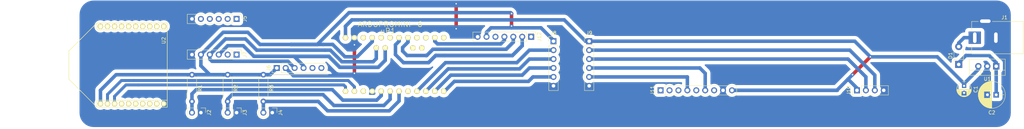
<source format=kicad_pcb>
(kicad_pcb (version 4) (host pcbnew 4.0.7-e2-6376~58~ubuntu16.04.1)

  (general
    (links 57)
    (no_connects 0)
    (area 14.924999 54.924999 280.075001 95.075001)
    (thickness 1.6)
    (drawings 6)
    (tracks 225)
    (zones 0)
    (modules 21)
    (nets 24)
  )

  (page A4)
  (layers
    (0 F.Cu mixed)
    (31 B.Cu mixed)
    (32 B.Adhes user)
    (33 F.Adhes user)
    (34 B.Paste user)
    (35 F.Paste user)
    (36 B.SilkS user)
    (37 F.SilkS user)
    (38 B.Mask user)
    (39 F.Mask user)
    (40 Dwgs.User user)
    (41 Cmts.User user)
    (42 Eco1.User user)
    (43 Eco2.User user)
    (44 Edge.Cuts user)
    (45 Margin user)
    (46 B.CrtYd user)
    (47 F.CrtYd user)
    (48 B.Fab user)
    (49 F.Fab user)
  )

  (setup
    (last_trace_width 1)
    (trace_clearance 0.42)
    (zone_clearance 1)
    (zone_45_only yes)
    (trace_min 0.2)
    (segment_width 0.2)
    (edge_width 0.15)
    (via_size 1)
    (via_drill 0.4)
    (via_min_size 0.4)
    (via_min_drill 0.3)
    (uvia_size 0.3)
    (uvia_drill 0.1)
    (uvias_allowed no)
    (uvia_min_size 0.2)
    (uvia_min_drill 0.1)
    (pcb_text_width 0.3)
    (pcb_text_size 1.5 1.5)
    (mod_edge_width 0.15)
    (mod_text_size 1 1)
    (mod_text_width 0.15)
    (pad_size 1.524 1.524)
    (pad_drill 0.762)
    (pad_to_mask_clearance 0.2)
    (aux_axis_origin 0 0)
    (visible_elements FFFFFF7F)
    (pcbplotparams
      (layerselection 0x00030_80000001)
      (usegerberextensions false)
      (excludeedgelayer true)
      (linewidth 0.100000)
      (plotframeref false)
      (viasonmask false)
      (mode 1)
      (useauxorigin false)
      (hpglpennumber 1)
      (hpglpenspeed 20)
      (hpglpendiameter 15)
      (hpglpenoverlay 2)
      (psnegative false)
      (psa4output false)
      (plotreference true)
      (plotvalue true)
      (plotinvisibletext false)
      (padsonsilk false)
      (subtractmaskfromsilk false)
      (outputformat 1)
      (mirror false)
      (drillshape 1)
      (scaleselection 1)
      (outputdirectory ""))
  )

  (net 0 "")
  (net 1 5V)
  (net 2 GND)
  (net 3 "Net-(C2-Pad1)")
  (net 4 "Net-(D1-Pad2)")
  (net 5 Reed_Red)
  (net 6 Reed_Big_White)
  (net 7 Reed_Small_White)
  (net 8 3V3)
  (net 9 SDA)
  (net 10 SCL)
  (net 11 TRIG_HC)
  (net 12 ECHO_HC)
  (net 13 TRIG_URM)
  (net 14 ECHO_URM)
  (net 15 TRIG_HC_HV)
  (net 16 ECHO_HC_HV)
  (net 17 TRIG_URM_HV)
  (net 18 ECHO_URM_HV)
  (net 19 ECHO_EZ1)
  (net 20 ADC_EZ1)
  (net 21 TRIG_EZ1)
  (net 22 Rx)
  (net 23 Tx)

  (net_class Default "This is the default net class."
    (clearance 0.42)
    (trace_width 1)
    (via_dia 1)
    (via_drill 0.4)
    (uvia_dia 0.3)
    (uvia_drill 0.1)
    (add_net 3V3)
    (add_net 5V)
    (add_net ADC_EZ1)
    (add_net ECHO_EZ1)
    (add_net ECHO_HC)
    (add_net ECHO_HC_HV)
    (add_net ECHO_URM)
    (add_net ECHO_URM_HV)
    (add_net GND)
    (add_net "Net-(C2-Pad1)")
    (add_net "Net-(D1-Pad2)")
    (add_net Reed_Big_White)
    (add_net Reed_Red)
    (add_net Reed_Small_White)
    (add_net SCL)
    (add_net SDA)
    (add_net TRIG_EZ1)
    (add_net TRIG_HC)
    (add_net TRIG_HC_HV)
    (add_net TRIG_URM)
    (add_net TRIG_URM_HV)
  )

  (net_class com ""
    (clearance 0.42)
    (trace_width 0.84)
    (via_dia 0.6)
    (via_drill 0.4)
    (uvia_dia 0.3)
    (uvia_drill 0.1)
    (add_net Rx)
    (add_net Tx)
  )

  (module Capacitors_THT:CP_Radial_D7.5mm_P2.50mm (layer F.Cu) (tedit 597BC7C2) (tstamp 5A1D74D2)
    (at 275.844 83.82 180)
    (descr "CP, Radial series, Radial, pin pitch=2.50mm, , diameter=7.5mm, Electrolytic Capacitor")
    (tags "CP Radial series Radial pin pitch 2.50mm  diameter 7.5mm Electrolytic Capacitor")
    (path /5A1DC206)
    (fp_text reference C2 (at 1.25 -5.06 180) (layer F.SilkS)
      (effects (font (size 1 1) (thickness 0.15)))
    )
    (fp_text value 220uF (at 1.25 5.06 180) (layer F.Fab)
      (effects (font (size 1 1) (thickness 0.15)))
    )
    (fp_circle (center 1.25 0) (end 5 0) (layer F.Fab) (width 0.1))
    (fp_circle (center 1.25 0) (end 5.09 0) (layer F.SilkS) (width 0.12))
    (fp_line (start -2.2 0) (end -1 0) (layer F.Fab) (width 0.1))
    (fp_line (start -1.6 -0.65) (end -1.6 0.65) (layer F.Fab) (width 0.1))
    (fp_line (start 1.25 -3.8) (end 1.25 3.8) (layer F.SilkS) (width 0.12))
    (fp_line (start 1.29 -3.8) (end 1.29 3.8) (layer F.SilkS) (width 0.12))
    (fp_line (start 1.33 -3.8) (end 1.33 3.8) (layer F.SilkS) (width 0.12))
    (fp_line (start 1.37 -3.799) (end 1.37 3.799) (layer F.SilkS) (width 0.12))
    (fp_line (start 1.41 -3.797) (end 1.41 3.797) (layer F.SilkS) (width 0.12))
    (fp_line (start 1.45 -3.795) (end 1.45 3.795) (layer F.SilkS) (width 0.12))
    (fp_line (start 1.49 -3.793) (end 1.49 3.793) (layer F.SilkS) (width 0.12))
    (fp_line (start 1.53 -3.79) (end 1.53 -0.98) (layer F.SilkS) (width 0.12))
    (fp_line (start 1.53 0.98) (end 1.53 3.79) (layer F.SilkS) (width 0.12))
    (fp_line (start 1.57 -3.787) (end 1.57 -0.98) (layer F.SilkS) (width 0.12))
    (fp_line (start 1.57 0.98) (end 1.57 3.787) (layer F.SilkS) (width 0.12))
    (fp_line (start 1.61 -3.784) (end 1.61 -0.98) (layer F.SilkS) (width 0.12))
    (fp_line (start 1.61 0.98) (end 1.61 3.784) (layer F.SilkS) (width 0.12))
    (fp_line (start 1.65 -3.78) (end 1.65 -0.98) (layer F.SilkS) (width 0.12))
    (fp_line (start 1.65 0.98) (end 1.65 3.78) (layer F.SilkS) (width 0.12))
    (fp_line (start 1.69 -3.775) (end 1.69 -0.98) (layer F.SilkS) (width 0.12))
    (fp_line (start 1.69 0.98) (end 1.69 3.775) (layer F.SilkS) (width 0.12))
    (fp_line (start 1.73 -3.77) (end 1.73 -0.98) (layer F.SilkS) (width 0.12))
    (fp_line (start 1.73 0.98) (end 1.73 3.77) (layer F.SilkS) (width 0.12))
    (fp_line (start 1.77 -3.765) (end 1.77 -0.98) (layer F.SilkS) (width 0.12))
    (fp_line (start 1.77 0.98) (end 1.77 3.765) (layer F.SilkS) (width 0.12))
    (fp_line (start 1.81 -3.759) (end 1.81 -0.98) (layer F.SilkS) (width 0.12))
    (fp_line (start 1.81 0.98) (end 1.81 3.759) (layer F.SilkS) (width 0.12))
    (fp_line (start 1.85 -3.753) (end 1.85 -0.98) (layer F.SilkS) (width 0.12))
    (fp_line (start 1.85 0.98) (end 1.85 3.753) (layer F.SilkS) (width 0.12))
    (fp_line (start 1.89 -3.747) (end 1.89 -0.98) (layer F.SilkS) (width 0.12))
    (fp_line (start 1.89 0.98) (end 1.89 3.747) (layer F.SilkS) (width 0.12))
    (fp_line (start 1.93 -3.74) (end 1.93 -0.98) (layer F.SilkS) (width 0.12))
    (fp_line (start 1.93 0.98) (end 1.93 3.74) (layer F.SilkS) (width 0.12))
    (fp_line (start 1.971 -3.732) (end 1.971 -0.98) (layer F.SilkS) (width 0.12))
    (fp_line (start 1.971 0.98) (end 1.971 3.732) (layer F.SilkS) (width 0.12))
    (fp_line (start 2.011 -3.725) (end 2.011 -0.98) (layer F.SilkS) (width 0.12))
    (fp_line (start 2.011 0.98) (end 2.011 3.725) (layer F.SilkS) (width 0.12))
    (fp_line (start 2.051 -3.716) (end 2.051 -0.98) (layer F.SilkS) (width 0.12))
    (fp_line (start 2.051 0.98) (end 2.051 3.716) (layer F.SilkS) (width 0.12))
    (fp_line (start 2.091 -3.707) (end 2.091 -0.98) (layer F.SilkS) (width 0.12))
    (fp_line (start 2.091 0.98) (end 2.091 3.707) (layer F.SilkS) (width 0.12))
    (fp_line (start 2.131 -3.698) (end 2.131 -0.98) (layer F.SilkS) (width 0.12))
    (fp_line (start 2.131 0.98) (end 2.131 3.698) (layer F.SilkS) (width 0.12))
    (fp_line (start 2.171 -3.689) (end 2.171 -0.98) (layer F.SilkS) (width 0.12))
    (fp_line (start 2.171 0.98) (end 2.171 3.689) (layer F.SilkS) (width 0.12))
    (fp_line (start 2.211 -3.679) (end 2.211 -0.98) (layer F.SilkS) (width 0.12))
    (fp_line (start 2.211 0.98) (end 2.211 3.679) (layer F.SilkS) (width 0.12))
    (fp_line (start 2.251 -3.668) (end 2.251 -0.98) (layer F.SilkS) (width 0.12))
    (fp_line (start 2.251 0.98) (end 2.251 3.668) (layer F.SilkS) (width 0.12))
    (fp_line (start 2.291 -3.657) (end 2.291 -0.98) (layer F.SilkS) (width 0.12))
    (fp_line (start 2.291 0.98) (end 2.291 3.657) (layer F.SilkS) (width 0.12))
    (fp_line (start 2.331 -3.645) (end 2.331 -0.98) (layer F.SilkS) (width 0.12))
    (fp_line (start 2.331 0.98) (end 2.331 3.645) (layer F.SilkS) (width 0.12))
    (fp_line (start 2.371 -3.634) (end 2.371 -0.98) (layer F.SilkS) (width 0.12))
    (fp_line (start 2.371 0.98) (end 2.371 3.634) (layer F.SilkS) (width 0.12))
    (fp_line (start 2.411 -3.621) (end 2.411 -0.98) (layer F.SilkS) (width 0.12))
    (fp_line (start 2.411 0.98) (end 2.411 3.621) (layer F.SilkS) (width 0.12))
    (fp_line (start 2.451 -3.608) (end 2.451 -0.98) (layer F.SilkS) (width 0.12))
    (fp_line (start 2.451 0.98) (end 2.451 3.608) (layer F.SilkS) (width 0.12))
    (fp_line (start 2.491 -3.595) (end 2.491 -0.98) (layer F.SilkS) (width 0.12))
    (fp_line (start 2.491 0.98) (end 2.491 3.595) (layer F.SilkS) (width 0.12))
    (fp_line (start 2.531 -3.581) (end 2.531 -0.98) (layer F.SilkS) (width 0.12))
    (fp_line (start 2.531 0.98) (end 2.531 3.581) (layer F.SilkS) (width 0.12))
    (fp_line (start 2.571 -3.566) (end 2.571 -0.98) (layer F.SilkS) (width 0.12))
    (fp_line (start 2.571 0.98) (end 2.571 3.566) (layer F.SilkS) (width 0.12))
    (fp_line (start 2.611 -3.552) (end 2.611 -0.98) (layer F.SilkS) (width 0.12))
    (fp_line (start 2.611 0.98) (end 2.611 3.552) (layer F.SilkS) (width 0.12))
    (fp_line (start 2.651 -3.536) (end 2.651 -0.98) (layer F.SilkS) (width 0.12))
    (fp_line (start 2.651 0.98) (end 2.651 3.536) (layer F.SilkS) (width 0.12))
    (fp_line (start 2.691 -3.52) (end 2.691 -0.98) (layer F.SilkS) (width 0.12))
    (fp_line (start 2.691 0.98) (end 2.691 3.52) (layer F.SilkS) (width 0.12))
    (fp_line (start 2.731 -3.504) (end 2.731 -0.98) (layer F.SilkS) (width 0.12))
    (fp_line (start 2.731 0.98) (end 2.731 3.504) (layer F.SilkS) (width 0.12))
    (fp_line (start 2.771 -3.487) (end 2.771 -0.98) (layer F.SilkS) (width 0.12))
    (fp_line (start 2.771 0.98) (end 2.771 3.487) (layer F.SilkS) (width 0.12))
    (fp_line (start 2.811 -3.469) (end 2.811 -0.98) (layer F.SilkS) (width 0.12))
    (fp_line (start 2.811 0.98) (end 2.811 3.469) (layer F.SilkS) (width 0.12))
    (fp_line (start 2.851 -3.451) (end 2.851 -0.98) (layer F.SilkS) (width 0.12))
    (fp_line (start 2.851 0.98) (end 2.851 3.451) (layer F.SilkS) (width 0.12))
    (fp_line (start 2.891 -3.433) (end 2.891 -0.98) (layer F.SilkS) (width 0.12))
    (fp_line (start 2.891 0.98) (end 2.891 3.433) (layer F.SilkS) (width 0.12))
    (fp_line (start 2.931 -3.413) (end 2.931 -0.98) (layer F.SilkS) (width 0.12))
    (fp_line (start 2.931 0.98) (end 2.931 3.413) (layer F.SilkS) (width 0.12))
    (fp_line (start 2.971 -3.394) (end 2.971 -0.98) (layer F.SilkS) (width 0.12))
    (fp_line (start 2.971 0.98) (end 2.971 3.394) (layer F.SilkS) (width 0.12))
    (fp_line (start 3.011 -3.373) (end 3.011 -0.98) (layer F.SilkS) (width 0.12))
    (fp_line (start 3.011 0.98) (end 3.011 3.373) (layer F.SilkS) (width 0.12))
    (fp_line (start 3.051 -3.352) (end 3.051 -0.98) (layer F.SilkS) (width 0.12))
    (fp_line (start 3.051 0.98) (end 3.051 3.352) (layer F.SilkS) (width 0.12))
    (fp_line (start 3.091 -3.331) (end 3.091 -0.98) (layer F.SilkS) (width 0.12))
    (fp_line (start 3.091 0.98) (end 3.091 3.331) (layer F.SilkS) (width 0.12))
    (fp_line (start 3.131 -3.309) (end 3.131 -0.98) (layer F.SilkS) (width 0.12))
    (fp_line (start 3.131 0.98) (end 3.131 3.309) (layer F.SilkS) (width 0.12))
    (fp_line (start 3.171 -3.286) (end 3.171 -0.98) (layer F.SilkS) (width 0.12))
    (fp_line (start 3.171 0.98) (end 3.171 3.286) (layer F.SilkS) (width 0.12))
    (fp_line (start 3.211 -3.263) (end 3.211 -0.98) (layer F.SilkS) (width 0.12))
    (fp_line (start 3.211 0.98) (end 3.211 3.263) (layer F.SilkS) (width 0.12))
    (fp_line (start 3.251 -3.239) (end 3.251 -0.98) (layer F.SilkS) (width 0.12))
    (fp_line (start 3.251 0.98) (end 3.251 3.239) (layer F.SilkS) (width 0.12))
    (fp_line (start 3.291 -3.214) (end 3.291 -0.98) (layer F.SilkS) (width 0.12))
    (fp_line (start 3.291 0.98) (end 3.291 3.214) (layer F.SilkS) (width 0.12))
    (fp_line (start 3.331 -3.188) (end 3.331 -0.98) (layer F.SilkS) (width 0.12))
    (fp_line (start 3.331 0.98) (end 3.331 3.188) (layer F.SilkS) (width 0.12))
    (fp_line (start 3.371 -3.162) (end 3.371 -0.98) (layer F.SilkS) (width 0.12))
    (fp_line (start 3.371 0.98) (end 3.371 3.162) (layer F.SilkS) (width 0.12))
    (fp_line (start 3.411 -3.135) (end 3.411 -0.98) (layer F.SilkS) (width 0.12))
    (fp_line (start 3.411 0.98) (end 3.411 3.135) (layer F.SilkS) (width 0.12))
    (fp_line (start 3.451 -3.108) (end 3.451 -0.98) (layer F.SilkS) (width 0.12))
    (fp_line (start 3.451 0.98) (end 3.451 3.108) (layer F.SilkS) (width 0.12))
    (fp_line (start 3.491 -3.079) (end 3.491 3.079) (layer F.SilkS) (width 0.12))
    (fp_line (start 3.531 -3.05) (end 3.531 3.05) (layer F.SilkS) (width 0.12))
    (fp_line (start 3.571 -3.02) (end 3.571 3.02) (layer F.SilkS) (width 0.12))
    (fp_line (start 3.611 -2.99) (end 3.611 2.99) (layer F.SilkS) (width 0.12))
    (fp_line (start 3.651 -2.958) (end 3.651 2.958) (layer F.SilkS) (width 0.12))
    (fp_line (start 3.691 -2.926) (end 3.691 2.926) (layer F.SilkS) (width 0.12))
    (fp_line (start 3.731 -2.892) (end 3.731 2.892) (layer F.SilkS) (width 0.12))
    (fp_line (start 3.771 -2.858) (end 3.771 2.858) (layer F.SilkS) (width 0.12))
    (fp_line (start 3.811 -2.823) (end 3.811 2.823) (layer F.SilkS) (width 0.12))
    (fp_line (start 3.851 -2.786) (end 3.851 2.786) (layer F.SilkS) (width 0.12))
    (fp_line (start 3.891 -2.749) (end 3.891 2.749) (layer F.SilkS) (width 0.12))
    (fp_line (start 3.931 -2.711) (end 3.931 2.711) (layer F.SilkS) (width 0.12))
    (fp_line (start 3.971 -2.671) (end 3.971 2.671) (layer F.SilkS) (width 0.12))
    (fp_line (start 4.011 -2.63) (end 4.011 2.63) (layer F.SilkS) (width 0.12))
    (fp_line (start 4.051 -2.588) (end 4.051 2.588) (layer F.SilkS) (width 0.12))
    (fp_line (start 4.091 -2.545) (end 4.091 2.545) (layer F.SilkS) (width 0.12))
    (fp_line (start 4.131 -2.5) (end 4.131 2.5) (layer F.SilkS) (width 0.12))
    (fp_line (start 4.171 -2.454) (end 4.171 2.454) (layer F.SilkS) (width 0.12))
    (fp_line (start 4.211 -2.407) (end 4.211 2.407) (layer F.SilkS) (width 0.12))
    (fp_line (start 4.251 -2.357) (end 4.251 2.357) (layer F.SilkS) (width 0.12))
    (fp_line (start 4.291 -2.307) (end 4.291 2.307) (layer F.SilkS) (width 0.12))
    (fp_line (start 4.331 -2.254) (end 4.331 2.254) (layer F.SilkS) (width 0.12))
    (fp_line (start 4.371 -2.199) (end 4.371 2.199) (layer F.SilkS) (width 0.12))
    (fp_line (start 4.411 -2.142) (end 4.411 2.142) (layer F.SilkS) (width 0.12))
    (fp_line (start 4.451 -2.083) (end 4.451 2.083) (layer F.SilkS) (width 0.12))
    (fp_line (start 4.491 -2.022) (end 4.491 2.022) (layer F.SilkS) (width 0.12))
    (fp_line (start 4.531 -1.957) (end 4.531 1.957) (layer F.SilkS) (width 0.12))
    (fp_line (start 4.571 -1.89) (end 4.571 1.89) (layer F.SilkS) (width 0.12))
    (fp_line (start 4.611 -1.82) (end 4.611 1.82) (layer F.SilkS) (width 0.12))
    (fp_line (start 4.651 -1.745) (end 4.651 1.745) (layer F.SilkS) (width 0.12))
    (fp_line (start 4.691 -1.667) (end 4.691 1.667) (layer F.SilkS) (width 0.12))
    (fp_line (start 4.731 -1.584) (end 4.731 1.584) (layer F.SilkS) (width 0.12))
    (fp_line (start 4.771 -1.495) (end 4.771 1.495) (layer F.SilkS) (width 0.12))
    (fp_line (start 4.811 -1.4) (end 4.811 1.4) (layer F.SilkS) (width 0.12))
    (fp_line (start 4.851 -1.297) (end 4.851 1.297) (layer F.SilkS) (width 0.12))
    (fp_line (start 4.891 -1.184) (end 4.891 1.184) (layer F.SilkS) (width 0.12))
    (fp_line (start 4.931 -1.057) (end 4.931 1.057) (layer F.SilkS) (width 0.12))
    (fp_line (start 4.971 -0.913) (end 4.971 0.913) (layer F.SilkS) (width 0.12))
    (fp_line (start 5.011 -0.74) (end 5.011 0.74) (layer F.SilkS) (width 0.12))
    (fp_line (start 5.051 -0.513) (end 5.051 0.513) (layer F.SilkS) (width 0.12))
    (fp_line (start -2.2 0) (end -1 0) (layer F.SilkS) (width 0.12))
    (fp_line (start -1.6 -0.65) (end -1.6 0.65) (layer F.SilkS) (width 0.12))
    (fp_line (start -2.85 -4.1) (end -2.85 4.1) (layer F.CrtYd) (width 0.05))
    (fp_line (start -2.85 4.1) (end 5.35 4.1) (layer F.CrtYd) (width 0.05))
    (fp_line (start 5.35 4.1) (end 5.35 -4.1) (layer F.CrtYd) (width 0.05))
    (fp_line (start 5.35 -4.1) (end -2.85 -4.1) (layer F.CrtYd) (width 0.05))
    (fp_text user %R (at 1.25 0 180) (layer F.Fab)
      (effects (font (size 1 1) (thickness 0.15)))
    )
    (pad 1 thru_hole rect (at 0 0 180) (size 1.6 1.6) (drill 0.8) (layers *.Cu *.Mask)
      (net 3 "Net-(C2-Pad1)"))
    (pad 2 thru_hole circle (at 2.5 0 180) (size 1.6 1.6) (drill 0.8) (layers *.Cu *.Mask)
      (net 2 GND))
    (model ${KISYS3DMOD}/Capacitors_THT.3dshapes/CP_Radial_D7.5mm_P2.50mm.wrl
      (at (xyz 0 0 0))
      (scale (xyz 1 1 1))
      (rotate (xyz 0 0 0))
    )
  )

  (module Diodes_THT:D_T-1_P5.08mm_Horizontal (layer F.Cu) (tedit 5A1D7CC7) (tstamp 5A1D74D8)
    (at 265.176 75.184 90)
    (descr "D, T-1 series, Axial, Horizontal, pin pitch=5.08mm, , length*diameter=3.2*2.6mm^2, , http://www.diodes.com/_files/packages/T-1.pdf")
    (tags "D T-1 series Axial Horizontal pin pitch 5.08mm  length 3.2mm diameter 2.6mm")
    (path /5A1DCD3A)
    (fp_text reference D1 (at 2.54 -2.36 90) (layer F.SilkS)
      (effects (font (size 1 1) (thickness 0.15)))
    )
    (fp_text value D (at 2.54 2.36 90) (layer F.Fab)
      (effects (font (size 1 1) (thickness 0.15)))
    )
    (fp_text user %R (at 2.54 0 90) (layer F.Fab)
      (effects (font (size 1 1) (thickness 0.15)))
    )
    (fp_line (start 0.94 -1.3) (end 0.94 1.3) (layer F.Fab) (width 0.1))
    (fp_line (start 0.94 1.3) (end 4.14 1.3) (layer F.Fab) (width 0.1))
    (fp_line (start 4.14 1.3) (end 4.14 -1.3) (layer F.Fab) (width 0.1))
    (fp_line (start 4.14 -1.3) (end 0.94 -1.3) (layer F.Fab) (width 0.1))
    (fp_line (start 0 0) (end 0.94 0) (layer F.Fab) (width 0.1))
    (fp_line (start 5.08 0) (end 4.14 0) (layer F.Fab) (width 0.1))
    (fp_line (start 1.42 -1.3) (end 1.42 1.3) (layer F.Fab) (width 0.1))
    (fp_line (start 0.88 -1.18) (end 0.88 -1.36) (layer F.SilkS) (width 0.12))
    (fp_line (start 0.88 -1.36) (end 4.2 -1.36) (layer F.SilkS) (width 0.12))
    (fp_line (start 4.2 -1.36) (end 4.2 -1.18) (layer F.SilkS) (width 0.12))
    (fp_line (start 0.88 1.18) (end 0.88 1.36) (layer F.SilkS) (width 0.12))
    (fp_line (start 0.88 1.36) (end 4.2 1.36) (layer F.SilkS) (width 0.12))
    (fp_line (start 4.2 1.36) (end 4.2 1.18) (layer F.SilkS) (width 0.12))
    (fp_line (start 1.42 -1.36) (end 1.42 1.36) (layer F.SilkS) (width 0.12))
    (fp_line (start -1.25 -1.65) (end -1.25 1.65) (layer F.CrtYd) (width 0.05))
    (fp_line (start -1.25 1.65) (end 6.35 1.65) (layer F.CrtYd) (width 0.05))
    (fp_line (start 6.35 1.65) (end 6.35 -1.65) (layer F.CrtYd) (width 0.05))
    (fp_line (start 6.35 -1.65) (end -1.25 -1.65) (layer F.CrtYd) (width 0.05))
    (pad 1 thru_hole rect (at 0 0 90) (size 2 2) (drill 1) (layers *.Cu *.Mask)
      (net 3 "Net-(C2-Pad1)"))
    (pad 2 thru_hole oval (at 5.08 0 90) (size 2 2) (drill 1) (layers *.Cu *.Mask)
      (net 4 "Net-(D1-Pad2)"))
    (model ${KISYS3DMOD}/Diodes_THT.3dshapes/D_T-1_P5.08mm_Horizontal.wrl
      (at (xyz 0 0 0))
      (scale (xyz 0.393701 0.393701 0.393701))
      (rotate (xyz 0 0 0))
    )
  )

  (module Connectors:BARREL_JACK (layer F.Cu) (tedit 5861378E) (tstamp 5A1D74F7)
    (at 269.748 67.564 180)
    (descr "DC Barrel Jack")
    (tags "Power Jack")
    (path /5A1D6102)
    (fp_text reference J1 (at -8.45 5.75 360) (layer F.SilkS)
      (effects (font (size 1 1) (thickness 0.15)))
    )
    (fp_text value Barrel_Jack (at -6.2 -5.5 180) (layer F.Fab)
      (effects (font (size 1 1) (thickness 0.15)))
    )
    (fp_line (start 1 -4.5) (end 1 -4.75) (layer F.CrtYd) (width 0.05))
    (fp_line (start 1 -4.75) (end -14 -4.75) (layer F.CrtYd) (width 0.05))
    (fp_line (start 1 -4.5) (end 1 -2) (layer F.CrtYd) (width 0.05))
    (fp_line (start 1 -2) (end 2 -2) (layer F.CrtYd) (width 0.05))
    (fp_line (start 2 -2) (end 2 2) (layer F.CrtYd) (width 0.05))
    (fp_line (start 2 2) (end 1 2) (layer F.CrtYd) (width 0.05))
    (fp_line (start 1 2) (end 1 4.75) (layer F.CrtYd) (width 0.05))
    (fp_line (start 1 4.75) (end -1 4.75) (layer F.CrtYd) (width 0.05))
    (fp_line (start -1 4.75) (end -1 6.75) (layer F.CrtYd) (width 0.05))
    (fp_line (start -1 6.75) (end -5 6.75) (layer F.CrtYd) (width 0.05))
    (fp_line (start -5 6.75) (end -5 4.75) (layer F.CrtYd) (width 0.05))
    (fp_line (start -5 4.75) (end -14 4.75) (layer F.CrtYd) (width 0.05))
    (fp_line (start -14 4.75) (end -14 -4.75) (layer F.CrtYd) (width 0.05))
    (fp_line (start -5 4.6) (end -13.8 4.6) (layer F.SilkS) (width 0.12))
    (fp_line (start -13.8 4.6) (end -13.8 -4.6) (layer F.SilkS) (width 0.12))
    (fp_line (start 0.9 1.9) (end 0.9 4.6) (layer F.SilkS) (width 0.12))
    (fp_line (start 0.9 4.6) (end -1 4.6) (layer F.SilkS) (width 0.12))
    (fp_line (start -13.8 -4.6) (end 0.9 -4.6) (layer F.SilkS) (width 0.12))
    (fp_line (start 0.9 -4.6) (end 0.9 -2) (layer F.SilkS) (width 0.12))
    (fp_line (start -10.2 -4.5) (end -10.2 4.5) (layer F.Fab) (width 0.1))
    (fp_line (start -13.7 -4.5) (end -13.7 4.5) (layer F.Fab) (width 0.1))
    (fp_line (start -13.7 4.5) (end 0.8 4.5) (layer F.Fab) (width 0.1))
    (fp_line (start 0.8 4.5) (end 0.8 -4.5) (layer F.Fab) (width 0.1))
    (fp_line (start 0.8 -4.5) (end -13.7 -4.5) (layer F.Fab) (width 0.1))
    (pad 1 thru_hole rect (at 0 0 180) (size 3.5 3.5) (drill oval 1 3) (layers *.Cu *.Mask)
      (net 4 "Net-(D1-Pad2)"))
    (pad 2 thru_hole rect (at -6 0 180) (size 3.5 3.5) (drill oval 1 3) (layers *.Cu *.Mask)
      (net 2 GND))
    (pad 3 thru_hole rect (at -3 4.7 180) (size 3.5 3.5) (drill oval 3 1) (layers *.Cu *.Mask)
      (net 2 GND))
  )

  (module Socket_Strips:Socket_Strip_Straight_1x02_Pitch2.54mm (layer F.Cu) (tedit 58CD5446) (tstamp 5A1D74FD)
    (at 49.53 88.9 270)
    (descr "Through hole straight socket strip, 1x02, 2.54mm pitch, single row")
    (tags "Through hole socket strip THT 1x02 2.54mm single row")
    (path /5A1D4B8B)
    (fp_text reference J2 (at 0 -2.33 270) (layer F.SilkS)
      (effects (font (size 1 1) (thickness 0.15)))
    )
    (fp_text value Conn_01x02 (at 0 4.87 270) (layer F.Fab)
      (effects (font (size 1 1) (thickness 0.15)))
    )
    (fp_line (start -1.27 -1.27) (end -1.27 3.81) (layer F.Fab) (width 0.1))
    (fp_line (start -1.27 3.81) (end 1.27 3.81) (layer F.Fab) (width 0.1))
    (fp_line (start 1.27 3.81) (end 1.27 -1.27) (layer F.Fab) (width 0.1))
    (fp_line (start 1.27 -1.27) (end -1.27 -1.27) (layer F.Fab) (width 0.1))
    (fp_line (start -1.33 1.27) (end -1.33 3.87) (layer F.SilkS) (width 0.12))
    (fp_line (start -1.33 3.87) (end 1.33 3.87) (layer F.SilkS) (width 0.12))
    (fp_line (start 1.33 3.87) (end 1.33 1.27) (layer F.SilkS) (width 0.12))
    (fp_line (start 1.33 1.27) (end -1.33 1.27) (layer F.SilkS) (width 0.12))
    (fp_line (start -1.33 0) (end -1.33 -1.33) (layer F.SilkS) (width 0.12))
    (fp_line (start -1.33 -1.33) (end 0 -1.33) (layer F.SilkS) (width 0.12))
    (fp_line (start -1.8 -1.8) (end -1.8 4.35) (layer F.CrtYd) (width 0.05))
    (fp_line (start -1.8 4.35) (end 1.8 4.35) (layer F.CrtYd) (width 0.05))
    (fp_line (start 1.8 4.35) (end 1.8 -1.8) (layer F.CrtYd) (width 0.05))
    (fp_line (start 1.8 -1.8) (end -1.8 -1.8) (layer F.CrtYd) (width 0.05))
    (fp_text user %R (at 0 -2.33 270) (layer F.Fab)
      (effects (font (size 1 1) (thickness 0.15)))
    )
    (pad 1 thru_hole rect (at 0 0 270) (size 1.7 1.7) (drill 1) (layers *.Cu *.Mask)
      (net 2 GND))
    (pad 2 thru_hole oval (at 0 2.54 270) (size 1.7 1.7) (drill 1) (layers *.Cu *.Mask)
      (net 5 Reed_Red))
    (model ${KISYS3DMOD}/Socket_Strips.3dshapes/Socket_Strip_Straight_1x02_Pitch2.54mm.wrl
      (at (xyz 0 -0.05 0))
      (scale (xyz 1 1 1))
      (rotate (xyz 0 0 270))
    )
  )

  (module Socket_Strips:Socket_Strip_Straight_1x02_Pitch2.54mm (layer F.Cu) (tedit 58CD5446) (tstamp 5A1D7503)
    (at 59.69 88.9 270)
    (descr "Through hole straight socket strip, 1x02, 2.54mm pitch, single row")
    (tags "Through hole socket strip THT 1x02 2.54mm single row")
    (path /5A1D4FAE)
    (fp_text reference J3 (at 0 -2.33 270) (layer F.SilkS)
      (effects (font (size 1 1) (thickness 0.15)))
    )
    (fp_text value Conn_01x02 (at 0 4.87 270) (layer F.Fab)
      (effects (font (size 1 1) (thickness 0.15)))
    )
    (fp_line (start -1.27 -1.27) (end -1.27 3.81) (layer F.Fab) (width 0.1))
    (fp_line (start -1.27 3.81) (end 1.27 3.81) (layer F.Fab) (width 0.1))
    (fp_line (start 1.27 3.81) (end 1.27 -1.27) (layer F.Fab) (width 0.1))
    (fp_line (start 1.27 -1.27) (end -1.27 -1.27) (layer F.Fab) (width 0.1))
    (fp_line (start -1.33 1.27) (end -1.33 3.87) (layer F.SilkS) (width 0.12))
    (fp_line (start -1.33 3.87) (end 1.33 3.87) (layer F.SilkS) (width 0.12))
    (fp_line (start 1.33 3.87) (end 1.33 1.27) (layer F.SilkS) (width 0.12))
    (fp_line (start 1.33 1.27) (end -1.33 1.27) (layer F.SilkS) (width 0.12))
    (fp_line (start -1.33 0) (end -1.33 -1.33) (layer F.SilkS) (width 0.12))
    (fp_line (start -1.33 -1.33) (end 0 -1.33) (layer F.SilkS) (width 0.12))
    (fp_line (start -1.8 -1.8) (end -1.8 4.35) (layer F.CrtYd) (width 0.05))
    (fp_line (start -1.8 4.35) (end 1.8 4.35) (layer F.CrtYd) (width 0.05))
    (fp_line (start 1.8 4.35) (end 1.8 -1.8) (layer F.CrtYd) (width 0.05))
    (fp_line (start 1.8 -1.8) (end -1.8 -1.8) (layer F.CrtYd) (width 0.05))
    (fp_text user %R (at 0 -2.33 270) (layer F.Fab)
      (effects (font (size 1 1) (thickness 0.15)))
    )
    (pad 1 thru_hole rect (at 0 0 270) (size 1.7 1.7) (drill 1) (layers *.Cu *.Mask)
      (net 2 GND))
    (pad 2 thru_hole oval (at 0 2.54 270) (size 1.7 1.7) (drill 1) (layers *.Cu *.Mask)
      (net 6 Reed_Big_White))
    (model ${KISYS3DMOD}/Socket_Strips.3dshapes/Socket_Strip_Straight_1x02_Pitch2.54mm.wrl
      (at (xyz 0 -0.05 0))
      (scale (xyz 1 1 1))
      (rotate (xyz 0 0 270))
    )
  )

  (module Socket_Strips:Socket_Strip_Straight_1x02_Pitch2.54mm (layer F.Cu) (tedit 58CD5446) (tstamp 5A1D7509)
    (at 69.85 88.9 270)
    (descr "Through hole straight socket strip, 1x02, 2.54mm pitch, single row")
    (tags "Through hole socket strip THT 1x02 2.54mm single row")
    (path /5A1D502F)
    (fp_text reference J4 (at 0 -2.33 270) (layer F.SilkS)
      (effects (font (size 1 1) (thickness 0.15)))
    )
    (fp_text value Conn_01x02 (at 0 4.87 270) (layer F.Fab)
      (effects (font (size 1 1) (thickness 0.15)))
    )
    (fp_line (start -1.27 -1.27) (end -1.27 3.81) (layer F.Fab) (width 0.1))
    (fp_line (start -1.27 3.81) (end 1.27 3.81) (layer F.Fab) (width 0.1))
    (fp_line (start 1.27 3.81) (end 1.27 -1.27) (layer F.Fab) (width 0.1))
    (fp_line (start 1.27 -1.27) (end -1.27 -1.27) (layer F.Fab) (width 0.1))
    (fp_line (start -1.33 1.27) (end -1.33 3.87) (layer F.SilkS) (width 0.12))
    (fp_line (start -1.33 3.87) (end 1.33 3.87) (layer F.SilkS) (width 0.12))
    (fp_line (start 1.33 3.87) (end 1.33 1.27) (layer F.SilkS) (width 0.12))
    (fp_line (start 1.33 1.27) (end -1.33 1.27) (layer F.SilkS) (width 0.12))
    (fp_line (start -1.33 0) (end -1.33 -1.33) (layer F.SilkS) (width 0.12))
    (fp_line (start -1.33 -1.33) (end 0 -1.33) (layer F.SilkS) (width 0.12))
    (fp_line (start -1.8 -1.8) (end -1.8 4.35) (layer F.CrtYd) (width 0.05))
    (fp_line (start -1.8 4.35) (end 1.8 4.35) (layer F.CrtYd) (width 0.05))
    (fp_line (start 1.8 4.35) (end 1.8 -1.8) (layer F.CrtYd) (width 0.05))
    (fp_line (start 1.8 -1.8) (end -1.8 -1.8) (layer F.CrtYd) (width 0.05))
    (fp_text user %R (at 0 -2.33 270) (layer F.Fab)
      (effects (font (size 1 1) (thickness 0.15)))
    )
    (pad 1 thru_hole rect (at 0 0 270) (size 1.7 1.7) (drill 1) (layers *.Cu *.Mask)
      (net 2 GND))
    (pad 2 thru_hole oval (at 0 2.54 270) (size 1.7 1.7) (drill 1) (layers *.Cu *.Mask)
      (net 7 Reed_Small_White))
    (model ${KISYS3DMOD}/Socket_Strips.3dshapes/Socket_Strip_Straight_1x02_Pitch2.54mm.wrl
      (at (xyz 0 -0.05 0))
      (scale (xyz 1 1 1))
      (rotate (xyz 0 0 270))
    )
  )

  (module Socket_Strips:Socket_Strip_Straight_1x06_Pitch2.54mm (layer F.Cu) (tedit 58CD5446) (tstamp 5A1D7513)
    (at 59.69 62.23 270)
    (descr "Through hole straight socket strip, 1x06, 2.54mm pitch, single row")
    (tags "Through hole socket strip THT 1x06 2.54mm single row")
    (path /5A1D5413)
    (fp_text reference J5 (at 0 -2.33 270) (layer F.SilkS)
      (effects (font (size 1 1) (thickness 0.15)))
    )
    (fp_text value LIS3DH_1 (at 0 15.03 270) (layer F.Fab)
      (effects (font (size 1 1) (thickness 0.15)))
    )
    (fp_line (start -1.27 -1.27) (end -1.27 13.97) (layer F.Fab) (width 0.1))
    (fp_line (start -1.27 13.97) (end 1.27 13.97) (layer F.Fab) (width 0.1))
    (fp_line (start 1.27 13.97) (end 1.27 -1.27) (layer F.Fab) (width 0.1))
    (fp_line (start 1.27 -1.27) (end -1.27 -1.27) (layer F.Fab) (width 0.1))
    (fp_line (start -1.33 1.27) (end -1.33 14.03) (layer F.SilkS) (width 0.12))
    (fp_line (start -1.33 14.03) (end 1.33 14.03) (layer F.SilkS) (width 0.12))
    (fp_line (start 1.33 14.03) (end 1.33 1.27) (layer F.SilkS) (width 0.12))
    (fp_line (start 1.33 1.27) (end -1.33 1.27) (layer F.SilkS) (width 0.12))
    (fp_line (start -1.33 0) (end -1.33 -1.33) (layer F.SilkS) (width 0.12))
    (fp_line (start -1.33 -1.33) (end 0 -1.33) (layer F.SilkS) (width 0.12))
    (fp_line (start -1.8 -1.8) (end -1.8 14.5) (layer F.CrtYd) (width 0.05))
    (fp_line (start -1.8 14.5) (end 1.8 14.5) (layer F.CrtYd) (width 0.05))
    (fp_line (start 1.8 14.5) (end 1.8 -1.8) (layer F.CrtYd) (width 0.05))
    (fp_line (start 1.8 -1.8) (end -1.8 -1.8) (layer F.CrtYd) (width 0.05))
    (fp_text user %R (at 0 -2.33 270) (layer F.Fab)
      (effects (font (size 1 1) (thickness 0.15)))
    )
    (pad 1 thru_hole rect (at 0 0 270) (size 1.7 1.7) (drill 1) (layers *.Cu *.Mask))
    (pad 2 thru_hole oval (at 0 2.54 270) (size 1.7 1.7) (drill 1) (layers *.Cu *.Mask))
    (pad 3 thru_hole oval (at 0 5.08 270) (size 1.7 1.7) (drill 1) (layers *.Cu *.Mask))
    (pad 4 thru_hole oval (at 0 7.62 270) (size 1.7 1.7) (drill 1) (layers *.Cu *.Mask))
    (pad 5 thru_hole oval (at 0 10.16 270) (size 1.7 1.7) (drill 1) (layers *.Cu *.Mask))
    (pad 6 thru_hole oval (at 0 12.7 270) (size 1.7 1.7) (drill 1) (layers *.Cu *.Mask)
      (net 2 GND))
    (model ${KISYS3DMOD}/Socket_Strips.3dshapes/Socket_Strip_Straight_1x06_Pitch2.54mm.wrl
      (at (xyz 0 -0.25 0))
      (scale (xyz 1 1 1))
      (rotate (xyz 0 0 270))
    )
  )

  (module Socket_Strips:Socket_Strip_Straight_1x06_Pitch2.54mm (layer F.Cu) (tedit 58CD5446) (tstamp 5A1D751D)
    (at 71.12 76.2 90)
    (descr "Through hole straight socket strip, 1x06, 2.54mm pitch, single row")
    (tags "Through hole socket strip THT 1x06 2.54mm single row")
    (path /5A1D5294)
    (fp_text reference J6 (at 0 -2.33 90) (layer F.SilkS)
      (effects (font (size 1 1) (thickness 0.15)))
    )
    (fp_text value ITG3200 (at 0 15.03 90) (layer F.Fab)
      (effects (font (size 1 1) (thickness 0.15)))
    )
    (fp_line (start -1.27 -1.27) (end -1.27 13.97) (layer F.Fab) (width 0.1))
    (fp_line (start -1.27 13.97) (end 1.27 13.97) (layer F.Fab) (width 0.1))
    (fp_line (start 1.27 13.97) (end 1.27 -1.27) (layer F.Fab) (width 0.1))
    (fp_line (start 1.27 -1.27) (end -1.27 -1.27) (layer F.Fab) (width 0.1))
    (fp_line (start -1.33 1.27) (end -1.33 14.03) (layer F.SilkS) (width 0.12))
    (fp_line (start -1.33 14.03) (end 1.33 14.03) (layer F.SilkS) (width 0.12))
    (fp_line (start 1.33 14.03) (end 1.33 1.27) (layer F.SilkS) (width 0.12))
    (fp_line (start 1.33 1.27) (end -1.33 1.27) (layer F.SilkS) (width 0.12))
    (fp_line (start -1.33 0) (end -1.33 -1.33) (layer F.SilkS) (width 0.12))
    (fp_line (start -1.33 -1.33) (end 0 -1.33) (layer F.SilkS) (width 0.12))
    (fp_line (start -1.8 -1.8) (end -1.8 14.5) (layer F.CrtYd) (width 0.05))
    (fp_line (start -1.8 14.5) (end 1.8 14.5) (layer F.CrtYd) (width 0.05))
    (fp_line (start 1.8 14.5) (end 1.8 -1.8) (layer F.CrtYd) (width 0.05))
    (fp_line (start 1.8 -1.8) (end -1.8 -1.8) (layer F.CrtYd) (width 0.05))
    (fp_text user %R (at 0 -2.33 90) (layer F.Fab)
      (effects (font (size 1 1) (thickness 0.15)))
    )
    (pad 1 thru_hole rect (at 0 0 90) (size 1.7 1.7) (drill 1) (layers *.Cu *.Mask)
      (net 8 3V3))
    (pad 2 thru_hole oval (at 0 2.54 90) (size 1.7 1.7) (drill 1) (layers *.Cu *.Mask)
      (net 2 GND))
    (pad 3 thru_hole oval (at 0 5.08 90) (size 1.7 1.7) (drill 1) (layers *.Cu *.Mask)
      (net 9 SDA))
    (pad 4 thru_hole oval (at 0 7.62 90) (size 1.7 1.7) (drill 1) (layers *.Cu *.Mask)
      (net 10 SCL))
    (pad 5 thru_hole oval (at 0 10.16 90) (size 1.7 1.7) (drill 1) (layers *.Cu *.Mask))
    (pad 6 thru_hole oval (at 0 12.7 90) (size 1.7 1.7) (drill 1) (layers *.Cu *.Mask))
    (model ${KISYS3DMOD}/Socket_Strips.3dshapes/Socket_Strip_Straight_1x06_Pitch2.54mm.wrl
      (at (xyz 0 -0.25 0))
      (scale (xyz 1 1 1))
      (rotate (xyz 0 0 270))
    )
  )

  (module Socket_Strips:Socket_Strip_Straight_1x06_Pitch2.54mm (layer F.Cu) (tedit 58CD5446) (tstamp 5A1D7527)
    (at 59.69 72.39 270)
    (descr "Through hole straight socket strip, 1x06, 2.54mm pitch, single row")
    (tags "Through hole socket strip THT 1x06 2.54mm single row")
    (path /5A1D5489)
    (fp_text reference J7 (at 0 -2.33 270) (layer F.SilkS)
      (effects (font (size 1 1) (thickness 0.15)))
    )
    (fp_text value LIS3DH_2 (at 0 15.03 270) (layer F.Fab)
      (effects (font (size 1 1) (thickness 0.15)))
    )
    (fp_line (start -1.27 -1.27) (end -1.27 13.97) (layer F.Fab) (width 0.1))
    (fp_line (start -1.27 13.97) (end 1.27 13.97) (layer F.Fab) (width 0.1))
    (fp_line (start 1.27 13.97) (end 1.27 -1.27) (layer F.Fab) (width 0.1))
    (fp_line (start 1.27 -1.27) (end -1.27 -1.27) (layer F.Fab) (width 0.1))
    (fp_line (start -1.33 1.27) (end -1.33 14.03) (layer F.SilkS) (width 0.12))
    (fp_line (start -1.33 14.03) (end 1.33 14.03) (layer F.SilkS) (width 0.12))
    (fp_line (start 1.33 14.03) (end 1.33 1.27) (layer F.SilkS) (width 0.12))
    (fp_line (start 1.33 1.27) (end -1.33 1.27) (layer F.SilkS) (width 0.12))
    (fp_line (start -1.33 0) (end -1.33 -1.33) (layer F.SilkS) (width 0.12))
    (fp_line (start -1.33 -1.33) (end 0 -1.33) (layer F.SilkS) (width 0.12))
    (fp_line (start -1.8 -1.8) (end -1.8 14.5) (layer F.CrtYd) (width 0.05))
    (fp_line (start -1.8 14.5) (end 1.8 14.5) (layer F.CrtYd) (width 0.05))
    (fp_line (start 1.8 14.5) (end 1.8 -1.8) (layer F.CrtYd) (width 0.05))
    (fp_line (start 1.8 -1.8) (end -1.8 -1.8) (layer F.CrtYd) (width 0.05))
    (fp_text user %R (at 0 -2.33 270) (layer F.Fab)
      (effects (font (size 1 1) (thickness 0.15)))
    )
    (pad 1 thru_hole rect (at 0 0 270) (size 1.7 1.7) (drill 1) (layers *.Cu *.Mask))
    (pad 2 thru_hole oval (at 0 2.54 270) (size 1.7 1.7) (drill 1) (layers *.Cu *.Mask))
    (pad 3 thru_hole oval (at 0 5.08 270) (size 1.7 1.7) (drill 1) (layers *.Cu *.Mask)
      (net 10 SCL))
    (pad 4 thru_hole oval (at 0 7.62 270) (size 1.7 1.7) (drill 1) (layers *.Cu *.Mask)
      (net 9 SDA))
    (pad 5 thru_hole oval (at 0 10.16 270) (size 1.7 1.7) (drill 1) (layers *.Cu *.Mask)
      (net 8 3V3))
    (pad 6 thru_hole oval (at 0 12.7 270) (size 1.7 1.7) (drill 1) (layers *.Cu *.Mask)
      (net 2 GND))
    (model ${KISYS3DMOD}/Socket_Strips.3dshapes/Socket_Strip_Straight_1x06_Pitch2.54mm.wrl
      (at (xyz 0 -0.25 0))
      (scale (xyz 1 1 1))
      (rotate (xyz 0 0 270))
    )
  )

  (module Socket_Strips:Socket_Strip_Straight_1x06_Pitch2.54mm (layer F.Cu) (tedit 58CD5446) (tstamp 5A1D7531)
    (at 149.86 68.58)
    (descr "Through hole straight socket strip, 1x06, 2.54mm pitch, single row")
    (tags "Through hole socket strip THT 1x06 2.54mm single row")
    (path /5A1D5A9C)
    (fp_text reference J8 (at 0 -2.33) (layer F.SilkS)
      (effects (font (size 1 1) (thickness 0.15)))
    )
    (fp_text value TTL_Level_Shifter_1 (at 0 15.03) (layer F.Fab)
      (effects (font (size 1 1) (thickness 0.15)))
    )
    (fp_line (start -1.27 -1.27) (end -1.27 13.97) (layer F.Fab) (width 0.1))
    (fp_line (start -1.27 13.97) (end 1.27 13.97) (layer F.Fab) (width 0.1))
    (fp_line (start 1.27 13.97) (end 1.27 -1.27) (layer F.Fab) (width 0.1))
    (fp_line (start 1.27 -1.27) (end -1.27 -1.27) (layer F.Fab) (width 0.1))
    (fp_line (start -1.33 1.27) (end -1.33 14.03) (layer F.SilkS) (width 0.12))
    (fp_line (start -1.33 14.03) (end 1.33 14.03) (layer F.SilkS) (width 0.12))
    (fp_line (start 1.33 14.03) (end 1.33 1.27) (layer F.SilkS) (width 0.12))
    (fp_line (start 1.33 1.27) (end -1.33 1.27) (layer F.SilkS) (width 0.12))
    (fp_line (start -1.33 0) (end -1.33 -1.33) (layer F.SilkS) (width 0.12))
    (fp_line (start -1.33 -1.33) (end 0 -1.33) (layer F.SilkS) (width 0.12))
    (fp_line (start -1.8 -1.8) (end -1.8 14.5) (layer F.CrtYd) (width 0.05))
    (fp_line (start -1.8 14.5) (end 1.8 14.5) (layer F.CrtYd) (width 0.05))
    (fp_line (start 1.8 14.5) (end 1.8 -1.8) (layer F.CrtYd) (width 0.05))
    (fp_line (start 1.8 -1.8) (end -1.8 -1.8) (layer F.CrtYd) (width 0.05))
    (fp_text user %R (at 0 -2.33) (layer F.Fab)
      (effects (font (size 1 1) (thickness 0.15)))
    )
    (pad 1 thru_hole rect (at 0 0) (size 1.7 1.7) (drill 1) (layers *.Cu *.Mask)
      (net 8 3V3))
    (pad 2 thru_hole oval (at 0 2.54) (size 1.7 1.7) (drill 1) (layers *.Cu *.Mask)
      (net 11 TRIG_HC))
    (pad 3 thru_hole oval (at 0 5.08) (size 1.7 1.7) (drill 1) (layers *.Cu *.Mask)
      (net 12 ECHO_HC))
    (pad 4 thru_hole oval (at 0 7.62) (size 1.7 1.7) (drill 1) (layers *.Cu *.Mask)
      (net 13 TRIG_URM))
    (pad 5 thru_hole oval (at 0 10.16) (size 1.7 1.7) (drill 1) (layers *.Cu *.Mask)
      (net 14 ECHO_URM))
    (pad 6 thru_hole oval (at 0 12.7) (size 1.7 1.7) (drill 1) (layers *.Cu *.Mask)
      (net 2 GND))
    (model ${KISYS3DMOD}/Socket_Strips.3dshapes/Socket_Strip_Straight_1x06_Pitch2.54mm.wrl
      (at (xyz 0 -0.25 0))
      (scale (xyz 1 1 1))
      (rotate (xyz 0 0 270))
    )
  )

  (module Socket_Strips:Socket_Strip_Straight_1x06_Pitch2.54mm (layer F.Cu) (tedit 58CD5446) (tstamp 5A1D753B)
    (at 160.02 68.58)
    (descr "Through hole straight socket strip, 1x06, 2.54mm pitch, single row")
    (tags "Through hole socket strip THT 1x06 2.54mm single row")
    (path /5A1D5B83)
    (fp_text reference J9 (at 0 -2.33) (layer F.SilkS)
      (effects (font (size 1 1) (thickness 0.15)))
    )
    (fp_text value TTL_Level_Shifter_2 (at 0 15.03) (layer F.Fab)
      (effects (font (size 1 1) (thickness 0.15)))
    )
    (fp_line (start -1.27 -1.27) (end -1.27 13.97) (layer F.Fab) (width 0.1))
    (fp_line (start -1.27 13.97) (end 1.27 13.97) (layer F.Fab) (width 0.1))
    (fp_line (start 1.27 13.97) (end 1.27 -1.27) (layer F.Fab) (width 0.1))
    (fp_line (start 1.27 -1.27) (end -1.27 -1.27) (layer F.Fab) (width 0.1))
    (fp_line (start -1.33 1.27) (end -1.33 14.03) (layer F.SilkS) (width 0.12))
    (fp_line (start -1.33 14.03) (end 1.33 14.03) (layer F.SilkS) (width 0.12))
    (fp_line (start 1.33 14.03) (end 1.33 1.27) (layer F.SilkS) (width 0.12))
    (fp_line (start 1.33 1.27) (end -1.33 1.27) (layer F.SilkS) (width 0.12))
    (fp_line (start -1.33 0) (end -1.33 -1.33) (layer F.SilkS) (width 0.12))
    (fp_line (start -1.33 -1.33) (end 0 -1.33) (layer F.SilkS) (width 0.12))
    (fp_line (start -1.8 -1.8) (end -1.8 14.5) (layer F.CrtYd) (width 0.05))
    (fp_line (start -1.8 14.5) (end 1.8 14.5) (layer F.CrtYd) (width 0.05))
    (fp_line (start 1.8 14.5) (end 1.8 -1.8) (layer F.CrtYd) (width 0.05))
    (fp_line (start 1.8 -1.8) (end -1.8 -1.8) (layer F.CrtYd) (width 0.05))
    (fp_text user %R (at 0 -2.33) (layer F.Fab)
      (effects (font (size 1 1) (thickness 0.15)))
    )
    (pad 1 thru_hole rect (at 0 0) (size 1.7 1.7) (drill 1) (layers *.Cu *.Mask)
      (net 1 5V))
    (pad 2 thru_hole oval (at 0 2.54) (size 1.7 1.7) (drill 1) (layers *.Cu *.Mask)
      (net 16 ECHO_HC_HV))
    (pad 3 thru_hole oval (at 0 5.08) (size 1.7 1.7) (drill 1) (layers *.Cu *.Mask)
      (net 15 TRIG_HC_HV))
    (pad 4 thru_hole oval (at 0 7.62) (size 1.7 1.7) (drill 1) (layers *.Cu *.Mask)
      (net 18 ECHO_URM_HV))
    (pad 5 thru_hole oval (at 0 10.16) (size 1.7 1.7) (drill 1) (layers *.Cu *.Mask)
      (net 17 TRIG_URM_HV))
    (pad 6 thru_hole oval (at 0 12.7) (size 1.7 1.7) (drill 1) (layers *.Cu *.Mask)
      (net 2 GND))
    (model ${KISYS3DMOD}/Socket_Strips.3dshapes/Socket_Strip_Straight_1x06_Pitch2.54mm.wrl
      (at (xyz 0 -0.25 0))
      (scale (xyz 1 1 1))
      (rotate (xyz 0 0 270))
    )
  )

  (module Socket_Strips:Socket_Strip_Straight_1x04_Pitch2.54mm (layer F.Cu) (tedit 58CD5446) (tstamp 5A1D7543)
    (at 236.22 82.55 90)
    (descr "Through hole straight socket strip, 1x04, 2.54mm pitch, single row")
    (tags "Through hole socket strip THT 1x04 2.54mm single row")
    (path /5A1D563B)
    (fp_text reference J10 (at 0 -2.33 90) (layer F.SilkS)
      (effects (font (size 1 1) (thickness 0.15)))
    )
    (fp_text value HC-SRO4 (at 0 9.95 90) (layer F.Fab)
      (effects (font (size 1 1) (thickness 0.15)))
    )
    (fp_line (start -1.27 -1.27) (end -1.27 8.89) (layer F.Fab) (width 0.1))
    (fp_line (start -1.27 8.89) (end 1.27 8.89) (layer F.Fab) (width 0.1))
    (fp_line (start 1.27 8.89) (end 1.27 -1.27) (layer F.Fab) (width 0.1))
    (fp_line (start 1.27 -1.27) (end -1.27 -1.27) (layer F.Fab) (width 0.1))
    (fp_line (start -1.33 1.27) (end -1.33 8.95) (layer F.SilkS) (width 0.12))
    (fp_line (start -1.33 8.95) (end 1.33 8.95) (layer F.SilkS) (width 0.12))
    (fp_line (start 1.33 8.95) (end 1.33 1.27) (layer F.SilkS) (width 0.12))
    (fp_line (start 1.33 1.27) (end -1.33 1.27) (layer F.SilkS) (width 0.12))
    (fp_line (start -1.33 0) (end -1.33 -1.33) (layer F.SilkS) (width 0.12))
    (fp_line (start -1.33 -1.33) (end 0 -1.33) (layer F.SilkS) (width 0.12))
    (fp_line (start -1.8 -1.8) (end -1.8 9.4) (layer F.CrtYd) (width 0.05))
    (fp_line (start -1.8 9.4) (end 1.8 9.4) (layer F.CrtYd) (width 0.05))
    (fp_line (start 1.8 9.4) (end 1.8 -1.8) (layer F.CrtYd) (width 0.05))
    (fp_line (start 1.8 -1.8) (end -1.8 -1.8) (layer F.CrtYd) (width 0.05))
    (fp_text user %R (at 0 -2.33 90) (layer F.Fab)
      (effects (font (size 1 1) (thickness 0.15)))
    )
    (pad 1 thru_hole rect (at 0 0 90) (size 1.7 1.7) (drill 1) (layers *.Cu *.Mask)
      (net 1 5V))
    (pad 2 thru_hole oval (at 0 2.54 90) (size 1.7 1.7) (drill 1) (layers *.Cu *.Mask)
      (net 15 TRIG_HC_HV))
    (pad 3 thru_hole oval (at 0 5.08 90) (size 1.7 1.7) (drill 1) (layers *.Cu *.Mask)
      (net 16 ECHO_HC_HV))
    (pad 4 thru_hole oval (at 0 7.62 90) (size 1.7 1.7) (drill 1) (layers *.Cu *.Mask)
      (net 2 GND))
    (model ${KISYS3DMOD}/Socket_Strips.3dshapes/Socket_Strip_Straight_1x04_Pitch2.54mm.wrl
      (at (xyz 0 -0.15 0))
      (scale (xyz 1 1 1))
      (rotate (xyz 0 0 270))
    )
  )

  (module Socket_Strips:Socket_Strip_Straight_1x09_Pitch2.54mm (layer F.Cu) (tedit 58CD5446) (tstamp 5A1D7550)
    (at 180.34 82.55 90)
    (descr "Through hole straight socket strip, 1x09, 2.54mm pitch, single row")
    (tags "Through hole socket strip THT 1x09 2.54mm single row")
    (path /5A1D5738)
    (fp_text reference J11 (at 0 -2.33 90) (layer F.SilkS)
      (effects (font (size 1 1) (thickness 0.15)))
    )
    (fp_text value URM37 (at 0 22.65 90) (layer F.Fab)
      (effects (font (size 1 1) (thickness 0.15)))
    )
    (fp_line (start -1.27 -1.27) (end -1.27 21.59) (layer F.Fab) (width 0.1))
    (fp_line (start -1.27 21.59) (end 1.27 21.59) (layer F.Fab) (width 0.1))
    (fp_line (start 1.27 21.59) (end 1.27 -1.27) (layer F.Fab) (width 0.1))
    (fp_line (start 1.27 -1.27) (end -1.27 -1.27) (layer F.Fab) (width 0.1))
    (fp_line (start -1.33 1.27) (end -1.33 21.65) (layer F.SilkS) (width 0.12))
    (fp_line (start -1.33 21.65) (end 1.33 21.65) (layer F.SilkS) (width 0.12))
    (fp_line (start 1.33 21.65) (end 1.33 1.27) (layer F.SilkS) (width 0.12))
    (fp_line (start 1.33 1.27) (end -1.33 1.27) (layer F.SilkS) (width 0.12))
    (fp_line (start -1.33 0) (end -1.33 -1.33) (layer F.SilkS) (width 0.12))
    (fp_line (start -1.33 -1.33) (end 0 -1.33) (layer F.SilkS) (width 0.12))
    (fp_line (start -1.8 -1.8) (end -1.8 22.1) (layer F.CrtYd) (width 0.05))
    (fp_line (start -1.8 22.1) (end 1.8 22.1) (layer F.CrtYd) (width 0.05))
    (fp_line (start 1.8 22.1) (end 1.8 -1.8) (layer F.CrtYd) (width 0.05))
    (fp_line (start 1.8 -1.8) (end -1.8 -1.8) (layer F.CrtYd) (width 0.05))
    (fp_text user %R (at 0 -2.33 90) (layer F.Fab)
      (effects (font (size 1 1) (thickness 0.15)))
    )
    (pad 1 thru_hole rect (at 0 0 90) (size 1.7 1.7) (drill 1) (layers *.Cu *.Mask))
    (pad 2 thru_hole oval (at 0 2.54 90) (size 1.7 1.7) (drill 1) (layers *.Cu *.Mask))
    (pad 3 thru_hole oval (at 0 5.08 90) (size 1.7 1.7) (drill 1) (layers *.Cu *.Mask))
    (pad 4 thru_hole oval (at 0 7.62 90) (size 1.7 1.7) (drill 1) (layers *.Cu *.Mask)
      (net 17 TRIG_URM_HV))
    (pad 5 thru_hole oval (at 0 10.16 90) (size 1.7 1.7) (drill 1) (layers *.Cu *.Mask))
    (pad 6 thru_hole oval (at 0 12.7 90) (size 1.7 1.7) (drill 1) (layers *.Cu *.Mask)
      (net 18 ECHO_URM_HV))
    (pad 7 thru_hole oval (at 0 15.24 90) (size 1.7 1.7) (drill 1) (layers *.Cu *.Mask))
    (pad 8 thru_hole oval (at 0 17.78 90) (size 1.7 1.7) (drill 1) (layers *.Cu *.Mask)
      (net 2 GND))
    (pad 9 thru_hole oval (at 0 20.32 90) (size 1.7 1.7) (drill 1) (layers *.Cu *.Mask)
      (net 1 5V))
    (model ${KISYS3DMOD}/Socket_Strips.3dshapes/Socket_Strip_Straight_1x09_Pitch2.54mm.wrl
      (at (xyz 0 -0.4 0))
      (scale (xyz 1 1 1))
      (rotate (xyz 0 0 270))
    )
  )

  (module Socket_Strips:Socket_Strip_Straight_1x07_Pitch2.54mm (layer F.Cu) (tedit 58CD5446) (tstamp 5A1D755B)
    (at 143.51 67.31 270)
    (descr "Through hole straight socket strip, 1x07, 2.54mm pitch, single row")
    (tags "Through hole socket strip THT 1x07 2.54mm single row")
    (path /5A1D582C)
    (fp_text reference J12 (at 0 -2.33 270) (layer F.SilkS)
      (effects (font (size 1 1) (thickness 0.15)))
    )
    (fp_text value LV-MaxSonar-EZ1 (at 0 17.57 270) (layer F.Fab)
      (effects (font (size 1 1) (thickness 0.15)))
    )
    (fp_line (start -1.27 -1.27) (end -1.27 16.51) (layer F.Fab) (width 0.1))
    (fp_line (start -1.27 16.51) (end 1.27 16.51) (layer F.Fab) (width 0.1))
    (fp_line (start 1.27 16.51) (end 1.27 -1.27) (layer F.Fab) (width 0.1))
    (fp_line (start 1.27 -1.27) (end -1.27 -1.27) (layer F.Fab) (width 0.1))
    (fp_line (start -1.33 1.27) (end -1.33 16.57) (layer F.SilkS) (width 0.12))
    (fp_line (start -1.33 16.57) (end 1.33 16.57) (layer F.SilkS) (width 0.12))
    (fp_line (start 1.33 16.57) (end 1.33 1.27) (layer F.SilkS) (width 0.12))
    (fp_line (start 1.33 1.27) (end -1.33 1.27) (layer F.SilkS) (width 0.12))
    (fp_line (start -1.33 0) (end -1.33 -1.33) (layer F.SilkS) (width 0.12))
    (fp_line (start -1.33 -1.33) (end 0 -1.33) (layer F.SilkS) (width 0.12))
    (fp_line (start -1.8 -1.8) (end -1.8 17.05) (layer F.CrtYd) (width 0.05))
    (fp_line (start -1.8 17.05) (end 1.8 17.05) (layer F.CrtYd) (width 0.05))
    (fp_line (start 1.8 17.05) (end 1.8 -1.8) (layer F.CrtYd) (width 0.05))
    (fp_line (start 1.8 -1.8) (end -1.8 -1.8) (layer F.CrtYd) (width 0.05))
    (fp_text user %R (at 0 -2.33 270) (layer F.Fab)
      (effects (font (size 1 1) (thickness 0.15)))
    )
    (pad 1 thru_hole rect (at 0 0 270) (size 1.7 1.7) (drill 1) (layers *.Cu *.Mask))
    (pad 2 thru_hole oval (at 0 2.54 270) (size 1.7 1.7) (drill 1) (layers *.Cu *.Mask)
      (net 19 ECHO_EZ1))
    (pad 3 thru_hole oval (at 0 5.08 270) (size 1.7 1.7) (drill 1) (layers *.Cu *.Mask)
      (net 20 ADC_EZ1))
    (pad 4 thru_hole oval (at 0 7.62 270) (size 1.7 1.7) (drill 1) (layers *.Cu *.Mask)
      (net 21 TRIG_EZ1))
    (pad 5 thru_hole oval (at 0 10.16 270) (size 1.7 1.7) (drill 1) (layers *.Cu *.Mask))
    (pad 6 thru_hole oval (at 0 12.7 270) (size 1.7 1.7) (drill 1) (layers *.Cu *.Mask)
      (net 8 3V3))
    (pad 7 thru_hole oval (at 0 15.24 270) (size 1.7 1.7) (drill 1) (layers *.Cu *.Mask)
      (net 2 GND))
    (model ${KISYS3DMOD}/Socket_Strips.3dshapes/Socket_Strip_Straight_1x07_Pitch2.54mm.wrl
      (at (xyz 0 -0.3 0))
      (scale (xyz 1 1 1))
      (rotate (xyz 0 0 270))
    )
  )

  (module Resistors_THT:R_Axial_DIN0207_L6.3mm_D2.5mm_P7.62mm_Horizontal (layer F.Cu) (tedit 5874F706) (tstamp 5A1D7561)
    (at 46.99 78.105 270)
    (descr "Resistor, Axial_DIN0207 series, Axial, Horizontal, pin pitch=7.62mm, 0.25W = 1/4W, length*diameter=6.3*2.5mm^2, http://cdn-reichelt.de/documents/datenblatt/B400/1_4W%23YAG.pdf")
    (tags "Resistor Axial_DIN0207 series Axial Horizontal pin pitch 7.62mm 0.25W = 1/4W length 6.3mm diameter 2.5mm")
    (path /5A1D6B64)
    (fp_text reference R1 (at 3.81 -2.31 270) (layer F.SilkS)
      (effects (font (size 1 1) (thickness 0.15)))
    )
    (fp_text value 1K (at 3.81 2.31 270) (layer F.Fab)
      (effects (font (size 1 1) (thickness 0.15)))
    )
    (fp_line (start 0.66 -1.25) (end 0.66 1.25) (layer F.Fab) (width 0.1))
    (fp_line (start 0.66 1.25) (end 6.96 1.25) (layer F.Fab) (width 0.1))
    (fp_line (start 6.96 1.25) (end 6.96 -1.25) (layer F.Fab) (width 0.1))
    (fp_line (start 6.96 -1.25) (end 0.66 -1.25) (layer F.Fab) (width 0.1))
    (fp_line (start 0 0) (end 0.66 0) (layer F.Fab) (width 0.1))
    (fp_line (start 7.62 0) (end 6.96 0) (layer F.Fab) (width 0.1))
    (fp_line (start 0.6 -0.98) (end 0.6 -1.31) (layer F.SilkS) (width 0.12))
    (fp_line (start 0.6 -1.31) (end 7.02 -1.31) (layer F.SilkS) (width 0.12))
    (fp_line (start 7.02 -1.31) (end 7.02 -0.98) (layer F.SilkS) (width 0.12))
    (fp_line (start 0.6 0.98) (end 0.6 1.31) (layer F.SilkS) (width 0.12))
    (fp_line (start 0.6 1.31) (end 7.02 1.31) (layer F.SilkS) (width 0.12))
    (fp_line (start 7.02 1.31) (end 7.02 0.98) (layer F.SilkS) (width 0.12))
    (fp_line (start -1.05 -1.6) (end -1.05 1.6) (layer F.CrtYd) (width 0.05))
    (fp_line (start -1.05 1.6) (end 8.7 1.6) (layer F.CrtYd) (width 0.05))
    (fp_line (start 8.7 1.6) (end 8.7 -1.6) (layer F.CrtYd) (width 0.05))
    (fp_line (start 8.7 -1.6) (end -1.05 -1.6) (layer F.CrtYd) (width 0.05))
    (pad 1 thru_hole circle (at 0 0 270) (size 1.6 1.6) (drill 0.8) (layers *.Cu *.Mask)
      (net 8 3V3))
    (pad 2 thru_hole oval (at 7.62 0 270) (size 1.6 1.6) (drill 0.8) (layers *.Cu *.Mask)
      (net 5 Reed_Red))
    (model ${KISYS3DMOD}/Resistors_THT.3dshapes/R_Axial_DIN0207_L6.3mm_D2.5mm_P7.62mm_Horizontal.wrl
      (at (xyz 0 0 0))
      (scale (xyz 0.393701 0.393701 0.393701))
      (rotate (xyz 0 0 0))
    )
  )

  (module Resistors_THT:R_Axial_DIN0207_L6.3mm_D2.5mm_P7.62mm_Horizontal (layer F.Cu) (tedit 5874F706) (tstamp 5A1D7567)
    (at 57.15 78.105 270)
    (descr "Resistor, Axial_DIN0207 series, Axial, Horizontal, pin pitch=7.62mm, 0.25W = 1/4W, length*diameter=6.3*2.5mm^2, http://cdn-reichelt.de/documents/datenblatt/B400/1_4W%23YAG.pdf")
    (tags "Resistor Axial_DIN0207 series Axial Horizontal pin pitch 7.62mm 0.25W = 1/4W length 6.3mm diameter 2.5mm")
    (path /5A1D6C4D)
    (fp_text reference R2 (at 3.81 -2.31 270) (layer F.SilkS)
      (effects (font (size 1 1) (thickness 0.15)))
    )
    (fp_text value 1K (at 3.81 2.31 270) (layer F.Fab)
      (effects (font (size 1 1) (thickness 0.15)))
    )
    (fp_line (start 0.66 -1.25) (end 0.66 1.25) (layer F.Fab) (width 0.1))
    (fp_line (start 0.66 1.25) (end 6.96 1.25) (layer F.Fab) (width 0.1))
    (fp_line (start 6.96 1.25) (end 6.96 -1.25) (layer F.Fab) (width 0.1))
    (fp_line (start 6.96 -1.25) (end 0.66 -1.25) (layer F.Fab) (width 0.1))
    (fp_line (start 0 0) (end 0.66 0) (layer F.Fab) (width 0.1))
    (fp_line (start 7.62 0) (end 6.96 0) (layer F.Fab) (width 0.1))
    (fp_line (start 0.6 -0.98) (end 0.6 -1.31) (layer F.SilkS) (width 0.12))
    (fp_line (start 0.6 -1.31) (end 7.02 -1.31) (layer F.SilkS) (width 0.12))
    (fp_line (start 7.02 -1.31) (end 7.02 -0.98) (layer F.SilkS) (width 0.12))
    (fp_line (start 0.6 0.98) (end 0.6 1.31) (layer F.SilkS) (width 0.12))
    (fp_line (start 0.6 1.31) (end 7.02 1.31) (layer F.SilkS) (width 0.12))
    (fp_line (start 7.02 1.31) (end 7.02 0.98) (layer F.SilkS) (width 0.12))
    (fp_line (start -1.05 -1.6) (end -1.05 1.6) (layer F.CrtYd) (width 0.05))
    (fp_line (start -1.05 1.6) (end 8.7 1.6) (layer F.CrtYd) (width 0.05))
    (fp_line (start 8.7 1.6) (end 8.7 -1.6) (layer F.CrtYd) (width 0.05))
    (fp_line (start 8.7 -1.6) (end -1.05 -1.6) (layer F.CrtYd) (width 0.05))
    (pad 1 thru_hole circle (at 0 0 270) (size 1.6 1.6) (drill 0.8) (layers *.Cu *.Mask)
      (net 8 3V3))
    (pad 2 thru_hole oval (at 7.62 0 270) (size 1.6 1.6) (drill 0.8) (layers *.Cu *.Mask)
      (net 6 Reed_Big_White))
    (model ${KISYS3DMOD}/Resistors_THT.3dshapes/R_Axial_DIN0207_L6.3mm_D2.5mm_P7.62mm_Horizontal.wrl
      (at (xyz 0 0 0))
      (scale (xyz 0.393701 0.393701 0.393701))
      (rotate (xyz 0 0 0))
    )
  )

  (module Resistors_THT:R_Axial_DIN0207_L6.3mm_D2.5mm_P7.62mm_Horizontal (layer F.Cu) (tedit 5874F706) (tstamp 5A1D756D)
    (at 67.31 78.105 270)
    (descr "Resistor, Axial_DIN0207 series, Axial, Horizontal, pin pitch=7.62mm, 0.25W = 1/4W, length*diameter=6.3*2.5mm^2, http://cdn-reichelt.de/documents/datenblatt/B400/1_4W%23YAG.pdf")
    (tags "Resistor Axial_DIN0207 series Axial Horizontal pin pitch 7.62mm 0.25W = 1/4W length 6.3mm diameter 2.5mm")
    (path /5A1D6CB2)
    (fp_text reference R3 (at 3.81 -2.31 270) (layer F.SilkS)
      (effects (font (size 1 1) (thickness 0.15)))
    )
    (fp_text value 1K (at 3.81 2.31 270) (layer F.Fab)
      (effects (font (size 1 1) (thickness 0.15)))
    )
    (fp_line (start 0.66 -1.25) (end 0.66 1.25) (layer F.Fab) (width 0.1))
    (fp_line (start 0.66 1.25) (end 6.96 1.25) (layer F.Fab) (width 0.1))
    (fp_line (start 6.96 1.25) (end 6.96 -1.25) (layer F.Fab) (width 0.1))
    (fp_line (start 6.96 -1.25) (end 0.66 -1.25) (layer F.Fab) (width 0.1))
    (fp_line (start 0 0) (end 0.66 0) (layer F.Fab) (width 0.1))
    (fp_line (start 7.62 0) (end 6.96 0) (layer F.Fab) (width 0.1))
    (fp_line (start 0.6 -0.98) (end 0.6 -1.31) (layer F.SilkS) (width 0.12))
    (fp_line (start 0.6 -1.31) (end 7.02 -1.31) (layer F.SilkS) (width 0.12))
    (fp_line (start 7.02 -1.31) (end 7.02 -0.98) (layer F.SilkS) (width 0.12))
    (fp_line (start 0.6 0.98) (end 0.6 1.31) (layer F.SilkS) (width 0.12))
    (fp_line (start 0.6 1.31) (end 7.02 1.31) (layer F.SilkS) (width 0.12))
    (fp_line (start 7.02 1.31) (end 7.02 0.98) (layer F.SilkS) (width 0.12))
    (fp_line (start -1.05 -1.6) (end -1.05 1.6) (layer F.CrtYd) (width 0.05))
    (fp_line (start -1.05 1.6) (end 8.7 1.6) (layer F.CrtYd) (width 0.05))
    (fp_line (start 8.7 1.6) (end 8.7 -1.6) (layer F.CrtYd) (width 0.05))
    (fp_line (start 8.7 -1.6) (end -1.05 -1.6) (layer F.CrtYd) (width 0.05))
    (pad 1 thru_hole circle (at 0 0 270) (size 1.6 1.6) (drill 0.8) (layers *.Cu *.Mask)
      (net 8 3V3))
    (pad 2 thru_hole oval (at 7.62 0 270) (size 1.6 1.6) (drill 0.8) (layers *.Cu *.Mask)
      (net 7 Reed_Small_White))
    (model ${KISYS3DMOD}/Resistors_THT.3dshapes/R_Axial_DIN0207_L6.3mm_D2.5mm_P7.62mm_Horizontal.wrl
      (at (xyz 0 0 0))
      (scale (xyz 0.393701 0.393701 0.393701))
      (rotate (xyz 0 0 0))
    )
  )

  (module TO_SOT_Packages_THT:TO-220-3_Vertical (layer F.Cu) (tedit 58CE52AD) (tstamp 5A1D7587)
    (at 275.844 75.692 180)
    (descr "TO-220-3, Vertical, RM 2.54mm")
    (tags "TO-220-3 Vertical RM 2.54mm")
    (path /5A1D61C7)
    (fp_text reference U1 (at 2.54 -3.62 180) (layer F.SilkS)
      (effects (font (size 1 1) (thickness 0.15)))
    )
    (fp_text value LM7805_TO220 (at 2.54 3.92 180) (layer F.Fab)
      (effects (font (size 1 1) (thickness 0.15)))
    )
    (fp_text user %R (at 2.54 -3.62 180) (layer F.Fab)
      (effects (font (size 1 1) (thickness 0.15)))
    )
    (fp_line (start -2.46 -2.5) (end -2.46 1.9) (layer F.Fab) (width 0.1))
    (fp_line (start -2.46 1.9) (end 7.54 1.9) (layer F.Fab) (width 0.1))
    (fp_line (start 7.54 1.9) (end 7.54 -2.5) (layer F.Fab) (width 0.1))
    (fp_line (start 7.54 -2.5) (end -2.46 -2.5) (layer F.Fab) (width 0.1))
    (fp_line (start -2.46 -1.23) (end 7.54 -1.23) (layer F.Fab) (width 0.1))
    (fp_line (start 0.69 -2.5) (end 0.69 -1.23) (layer F.Fab) (width 0.1))
    (fp_line (start 4.39 -2.5) (end 4.39 -1.23) (layer F.Fab) (width 0.1))
    (fp_line (start -2.58 -2.62) (end 7.66 -2.62) (layer F.SilkS) (width 0.12))
    (fp_line (start -2.58 2.021) (end 7.66 2.021) (layer F.SilkS) (width 0.12))
    (fp_line (start -2.58 -2.62) (end -2.58 2.021) (layer F.SilkS) (width 0.12))
    (fp_line (start 7.66 -2.62) (end 7.66 2.021) (layer F.SilkS) (width 0.12))
    (fp_line (start -2.58 -1.11) (end 7.66 -1.11) (layer F.SilkS) (width 0.12))
    (fp_line (start 0.69 -2.62) (end 0.69 -1.11) (layer F.SilkS) (width 0.12))
    (fp_line (start 4.391 -2.62) (end 4.391 -1.11) (layer F.SilkS) (width 0.12))
    (fp_line (start -2.71 -2.75) (end -2.71 2.16) (layer F.CrtYd) (width 0.05))
    (fp_line (start -2.71 2.16) (end 7.79 2.16) (layer F.CrtYd) (width 0.05))
    (fp_line (start 7.79 2.16) (end 7.79 -2.75) (layer F.CrtYd) (width 0.05))
    (fp_line (start 7.79 -2.75) (end -2.71 -2.75) (layer F.CrtYd) (width 0.05))
    (pad 1 thru_hole rect (at 0 0 180) (size 1.8 1.8) (drill 1) (layers *.Cu *.Mask)
      (net 3 "Net-(C2-Pad1)"))
    (pad 2 thru_hole oval (at 2.54 0 180) (size 1.8 1.8) (drill 1) (layers *.Cu *.Mask)
      (net 2 GND))
    (pad 3 thru_hole oval (at 5.08 0 180) (size 1.8 1.8) (drill 1) (layers *.Cu *.Mask)
      (net 1 5V))
    (model ${KISYS3DMOD}/TO_SOT_Packages_THT.3dshapes/TO-220-3_Vertical.wrl
      (at (xyz 0.1 0 0))
      (scale (xyz 0.393701 0.393701 0.393701))
      (rotate (xyz 0 0 0))
    )
  )

  (module unchecked:XBEE (layer F.Cu) (tedit 5590533B) (tstamp 5A1D75A9)
    (at 20.955 86.36 90)
    (path /5A1DA5A7)
    (fp_text reference U2 (at 18 18 90) (layer F.SilkS)
      (effects (font (size 1 1) (thickness 0.15)))
    )
    (fp_text value XBEE (at 3 18 90) (layer F.Fab)
      (effects (font (size 1 1) (thickness 0.15)))
    )
    (fp_line (start 21 19) (end 21 -1) (layer F.SilkS) (width 0.15))
    (fp_line (start 21 -1) (end 23 -1) (layer F.SilkS) (width 0.15))
    (fp_line (start 1 19) (end 1 -1) (layer F.SilkS) (width 0.15))
    (fp_line (start 1 -1) (end -1 -1) (layer F.SilkS) (width 0.15))
    (fp_line (start -1 19) (end -1 -1) (layer F.SilkS) (width 0.15))
    (fp_line (start -1 -1) (end 7 -9) (layer F.SilkS) (width 0.15))
    (fp_line (start 7 -9) (end 15 -9) (layer F.SilkS) (width 0.15))
    (fp_line (start -1 19) (end 23 19) (layer F.SilkS) (width 0.15))
    (fp_line (start 23 19) (end 23 -1) (layer F.SilkS) (width 0.15))
    (fp_line (start 23 -1) (end 15 -9) (layer F.SilkS) (width 0.15))
    (pad 1 thru_hole circle (at 0 0 90) (size 1.5 1.5) (drill 0.8) (layers *.Cu *.Mask F.SilkS)
      (net 8 3V3))
    (pad 2 thru_hole circle (at 0 2 90) (size 1.5 1.5) (drill 0.8) (layers *.Cu *.Mask F.SilkS)
      (net 22 Rx))
    (pad 3 thru_hole circle (at 0 4 90) (size 1.5 1.5) (drill 0.8) (layers *.Cu *.Mask F.SilkS)
      (net 23 Tx))
    (pad 4 thru_hole circle (at 0 6 90) (size 1.5 1.5) (drill 0.8) (layers *.Cu *.Mask F.SilkS))
    (pad 5 thru_hole circle (at 0 8 90) (size 1.5 1.5) (drill 0.8) (layers *.Cu *.Mask F.SilkS))
    (pad 6 thru_hole circle (at 0 10 90) (size 1.5 1.5) (drill 0.8) (layers *.Cu *.Mask F.SilkS))
    (pad 7 thru_hole circle (at 0 12 90) (size 1.5 1.5) (drill 0.8) (layers *.Cu *.Mask F.SilkS))
    (pad 8 thru_hole circle (at 0 14 90) (size 1.5 1.5) (drill 0.8) (layers *.Cu *.Mask F.SilkS))
    (pad 9 thru_hole circle (at 0 16 90) (size 1.5 1.5) (drill 0.8) (layers *.Cu *.Mask F.SilkS))
    (pad 10 thru_hole circle (at 0 18 90) (size 1.5 1.5) (drill 0.8) (layers *.Cu *.Mask F.SilkS)
      (net 2 GND))
    (pad 11 thru_hole circle (at 22 18 90) (size 1.5 1.5) (drill 0.8) (layers *.Cu *.Mask F.SilkS))
    (pad 12 thru_hole circle (at 22 16 90) (size 1.5 1.5) (drill 0.8) (layers *.Cu *.Mask F.SilkS))
    (pad 13 thru_hole circle (at 22 14 90) (size 1.5 1.5) (drill 0.8) (layers *.Cu *.Mask F.SilkS))
    (pad 14 thru_hole circle (at 22 12 90) (size 1.5 1.5) (drill 0.8) (layers *.Cu *.Mask F.SilkS))
    (pad 15 thru_hole circle (at 22 10 90) (size 1.5 1.5) (drill 0.8) (layers *.Cu *.Mask F.SilkS))
    (pad 16 thru_hole circle (at 22 8 90) (size 1.5 1.5) (drill 0.8) (layers *.Cu *.Mask F.SilkS))
    (pad 17 thru_hole circle (at 22 6 90) (size 1.5 1.5) (drill 0.8) (layers *.Cu *.Mask F.SilkS))
    (pad 18 thru_hole circle (at 22 4 90) (size 1.5 1.5) (drill 0.8) (layers *.Cu *.Mask F.SilkS))
    (pad 19 thru_hole circle (at 22 2 90) (size 1.5 1.5) (drill 0.8) (layers *.Cu *.Mask F.SilkS))
    (pad 20 thru_hole circle (at 22 0 90) (size 1.5 1.5) (drill 0.8) (layers *.Cu *.Mask F.SilkS))
  )

  (module ArduProMiniTKB:ArduProMini-6 (layer F.Cu) (tedit 5A1D78D1) (tstamp 5A1D75C9)
    (at 84.328 85.344 90)
    (path /5A1D41F9)
    (fp_text reference uP1 (at 19.685 18.415 180) (layer F.SilkS)
      (effects (font (size 1.5 1.5) (thickness 0.15)))
    )
    (fp_text value ARDUPROMINI-6 (at 21.59 19.05 180) (layer F.SilkS)
      (effects (font (size 1.5 1.5) (thickness 0.15)))
    )
    (pad 7 thru_hole circle (at 2.54 6.35 90) (size 1.524 1.524) (drill 0.762) (layers *.Cu *.Mask F.SilkS)
      (net 23 Tx))
    (pad 8 thru_hole circle (at 2.54 8.89 90) (size 1.524 1.524) (drill 0.762) (layers *.Cu *.Mask F.SilkS)
      (net 22 Rx))
    (pad 9 thru_hole circle (at 2.54 11.43 90) (size 1.524 1.524) (drill 0.762) (layers *.Cu *.Mask F.SilkS))
    (pad 10 thru_hole circle (at 2.54 13.97 90) (size 1.524 1.524) (drill 0.762) (layers *.Cu *.Mask F.SilkS)
      (net 2 GND))
    (pad 11 thru_hole circle (at 2.54 16.51 90) (size 1.524 1.524) (drill 0.762) (layers *.Cu *.Mask F.SilkS)
      (net 5 Reed_Red))
    (pad 12 thru_hole circle (at 2.54 19.05 90) (size 1.524 1.524) (drill 0.762) (layers *.Cu *.Mask F.SilkS)
      (net 6 Reed_Big_White))
    (pad 13 thru_hole circle (at 2.54 21.59 90) (size 1.524 1.524) (drill 0.762) (layers *.Cu *.Mask F.SilkS)
      (net 7 Reed_Small_White))
    (pad 14 thru_hole circle (at 2.54 24.13 90) (size 1.524 1.524) (drill 0.762) (layers *.Cu *.Mask F.SilkS))
    (pad 15 thru_hole circle (at 2.54 26.67 90) (size 1.524 1.524) (drill 0.762) (layers *.Cu *.Mask F.SilkS)
      (net 11 TRIG_HC))
    (pad 16 thru_hole circle (at 2.54 29.21 90) (size 1.524 1.524) (drill 0.762) (layers *.Cu *.Mask F.SilkS)
      (net 12 ECHO_HC))
    (pad 17 thru_hole circle (at 2.54 31.75 90) (size 1.524 1.524) (drill 0.762) (layers *.Cu *.Mask F.SilkS)
      (net 13 TRIG_URM))
    (pad 18 thru_hole circle (at 2.54 34.29 90) (size 1.524 1.524) (drill 0.762) (layers *.Cu *.Mask F.SilkS)
      (net 14 ECHO_URM))
    (pad 19 thru_hole circle (at 17.78 6.35 90) (size 1.524 1.524) (drill 0.762) (layers *.Cu *.Mask F.SilkS)
      (net 1 5V))
    (pad 20 thru_hole circle (at 17.78 8.89 90) (size 1.524 1.524) (drill 0.762) (layers *.Cu *.Mask F.SilkS)
      (net 2 GND))
    (pad 21 thru_hole circle (at 17.78 11.43 90) (size 1.524 1.524) (drill 0.762) (layers *.Cu *.Mask F.SilkS))
    (pad 22 thru_hole circle (at 17.78 13.97 90) (size 1.524 1.524) (drill 0.762) (layers *.Cu *.Mask F.SilkS)
      (net 8 3V3))
    (pad 23 thru_hole circle (at 17.78 16.51 90) (size 1.524 1.524) (drill 0.762) (layers *.Cu *.Mask F.SilkS))
    (pad 24 thru_hole circle (at 17.78 19.05 90) (size 1.524 1.524) (drill 0.762) (layers *.Cu *.Mask F.SilkS))
    (pad 25 thru_hole circle (at 17.78 21.59 90) (size 1.524 1.524) (drill 0.762) (layers *.Cu *.Mask F.SilkS)
      (net 19 ECHO_EZ1))
    (pad 26 thru_hole circle (at 17.78 24.13 90) (size 1.524 1.524) (drill 0.762) (layers *.Cu *.Mask F.SilkS)
      (net 20 ADC_EZ1))
    (pad 27 thru_hole circle (at 17.78 26.67 90) (size 1.524 1.524) (drill 0.762) (layers *.Cu *.Mask F.SilkS))
    (pad 28 thru_hole circle (at 17.78 29.21 90) (size 1.524 1.524) (drill 0.762) (layers *.Cu *.Mask F.SilkS))
    (pad 29 thru_hole circle (at 17.78 31.75 90) (size 1.524 1.524) (drill 0.762) (layers *.Cu *.Mask F.SilkS)
      (net 21 TRIG_EZ1))
    (pad 30 thru_hole circle (at 17.78 34.29 90) (size 1.524 1.524) (drill 0.762) (layers *.Cu *.Mask F.SilkS))
    (pad 31 thru_hole circle (at 14.859 15.113 90) (size 1.5 1.5) (drill 0.6) (layers *.Cu *.Mask F.SilkS)
      (net 9 SDA))
    (pad 32 thru_hole circle (at 14.859 17.653 90) (size 1.5 1.5) (drill 0.6) (layers *.Cu *.Mask F.SilkS)
      (net 10 SCL))
    (pad 34 thru_hole circle (at 14.859 25.527 90) (size 1.5 1.5) (drill 0.6) (layers *.Cu *.Mask F.SilkS))
    (pad 35 thru_hole circle (at 14.859 28.067 90) (size 1.5 1.5) (drill 0.6) (layers *.Cu *.Mask F.SilkS))
  )

  (module Capacitors_THT:CP_Radial_D4.0mm_P2.00mm (layer F.Cu) (tedit 597BC7C2) (tstamp 5A1D896E)
    (at 266.7 81.28 270)
    (descr "CP, Radial series, Radial, pin pitch=2.00mm, , diameter=4mm, Electrolytic Capacitor")
    (tags "CP Radial series Radial pin pitch 2.00mm  diameter 4mm Electrolytic Capacitor")
    (path /5A1D64A0)
    (fp_text reference C1 (at 1 -3.31 270) (layer F.SilkS)
      (effects (font (size 1 1) (thickness 0.15)))
    )
    (fp_text value 10uF (at 1 3.31 270) (layer F.Fab)
      (effects (font (size 1 1) (thickness 0.15)))
    )
    (fp_arc (start 1 0) (end -0.845996 -0.98) (angle 124.1) (layer F.SilkS) (width 0.12))
    (fp_arc (start 1 0) (end -0.845996 0.98) (angle -124.1) (layer F.SilkS) (width 0.12))
    (fp_arc (start 1 0) (end 2.845996 -0.98) (angle 55.9) (layer F.SilkS) (width 0.12))
    (fp_circle (center 1 0) (end 3 0) (layer F.Fab) (width 0.1))
    (fp_line (start -1.7 0) (end -0.8 0) (layer F.Fab) (width 0.1))
    (fp_line (start -1.25 -0.45) (end -1.25 0.45) (layer F.Fab) (width 0.1))
    (fp_line (start 1 -2.05) (end 1 2.05) (layer F.SilkS) (width 0.12))
    (fp_line (start 1.04 -2.05) (end 1.04 2.05) (layer F.SilkS) (width 0.12))
    (fp_line (start 1.08 -2.049) (end 1.08 2.049) (layer F.SilkS) (width 0.12))
    (fp_line (start 1.12 -2.047) (end 1.12 2.047) (layer F.SilkS) (width 0.12))
    (fp_line (start 1.16 -2.044) (end 1.16 2.044) (layer F.SilkS) (width 0.12))
    (fp_line (start 1.2 -2.041) (end 1.2 2.041) (layer F.SilkS) (width 0.12))
    (fp_line (start 1.24 -2.037) (end 1.24 -0.78) (layer F.SilkS) (width 0.12))
    (fp_line (start 1.24 0.78) (end 1.24 2.037) (layer F.SilkS) (width 0.12))
    (fp_line (start 1.28 -2.032) (end 1.28 -0.78) (layer F.SilkS) (width 0.12))
    (fp_line (start 1.28 0.78) (end 1.28 2.032) (layer F.SilkS) (width 0.12))
    (fp_line (start 1.32 -2.026) (end 1.32 -0.78) (layer F.SilkS) (width 0.12))
    (fp_line (start 1.32 0.78) (end 1.32 2.026) (layer F.SilkS) (width 0.12))
    (fp_line (start 1.36 -2.019) (end 1.36 -0.78) (layer F.SilkS) (width 0.12))
    (fp_line (start 1.36 0.78) (end 1.36 2.019) (layer F.SilkS) (width 0.12))
    (fp_line (start 1.4 -2.012) (end 1.4 -0.78) (layer F.SilkS) (width 0.12))
    (fp_line (start 1.4 0.78) (end 1.4 2.012) (layer F.SilkS) (width 0.12))
    (fp_line (start 1.44 -2.004) (end 1.44 -0.78) (layer F.SilkS) (width 0.12))
    (fp_line (start 1.44 0.78) (end 1.44 2.004) (layer F.SilkS) (width 0.12))
    (fp_line (start 1.48 -1.995) (end 1.48 -0.78) (layer F.SilkS) (width 0.12))
    (fp_line (start 1.48 0.78) (end 1.48 1.995) (layer F.SilkS) (width 0.12))
    (fp_line (start 1.52 -1.985) (end 1.52 -0.78) (layer F.SilkS) (width 0.12))
    (fp_line (start 1.52 0.78) (end 1.52 1.985) (layer F.SilkS) (width 0.12))
    (fp_line (start 1.56 -1.974) (end 1.56 -0.78) (layer F.SilkS) (width 0.12))
    (fp_line (start 1.56 0.78) (end 1.56 1.974) (layer F.SilkS) (width 0.12))
    (fp_line (start 1.6 -1.963) (end 1.6 -0.78) (layer F.SilkS) (width 0.12))
    (fp_line (start 1.6 0.78) (end 1.6 1.963) (layer F.SilkS) (width 0.12))
    (fp_line (start 1.64 -1.95) (end 1.64 -0.78) (layer F.SilkS) (width 0.12))
    (fp_line (start 1.64 0.78) (end 1.64 1.95) (layer F.SilkS) (width 0.12))
    (fp_line (start 1.68 -1.937) (end 1.68 -0.78) (layer F.SilkS) (width 0.12))
    (fp_line (start 1.68 0.78) (end 1.68 1.937) (layer F.SilkS) (width 0.12))
    (fp_line (start 1.721 -1.923) (end 1.721 -0.78) (layer F.SilkS) (width 0.12))
    (fp_line (start 1.721 0.78) (end 1.721 1.923) (layer F.SilkS) (width 0.12))
    (fp_line (start 1.761 -1.907) (end 1.761 -0.78) (layer F.SilkS) (width 0.12))
    (fp_line (start 1.761 0.78) (end 1.761 1.907) (layer F.SilkS) (width 0.12))
    (fp_line (start 1.801 -1.891) (end 1.801 -0.78) (layer F.SilkS) (width 0.12))
    (fp_line (start 1.801 0.78) (end 1.801 1.891) (layer F.SilkS) (width 0.12))
    (fp_line (start 1.841 -1.874) (end 1.841 -0.78) (layer F.SilkS) (width 0.12))
    (fp_line (start 1.841 0.78) (end 1.841 1.874) (layer F.SilkS) (width 0.12))
    (fp_line (start 1.881 -1.856) (end 1.881 -0.78) (layer F.SilkS) (width 0.12))
    (fp_line (start 1.881 0.78) (end 1.881 1.856) (layer F.SilkS) (width 0.12))
    (fp_line (start 1.921 -1.837) (end 1.921 -0.78) (layer F.SilkS) (width 0.12))
    (fp_line (start 1.921 0.78) (end 1.921 1.837) (layer F.SilkS) (width 0.12))
    (fp_line (start 1.961 -1.817) (end 1.961 -0.78) (layer F.SilkS) (width 0.12))
    (fp_line (start 1.961 0.78) (end 1.961 1.817) (layer F.SilkS) (width 0.12))
    (fp_line (start 2.001 -1.796) (end 2.001 -0.78) (layer F.SilkS) (width 0.12))
    (fp_line (start 2.001 0.78) (end 2.001 1.796) (layer F.SilkS) (width 0.12))
    (fp_line (start 2.041 -1.773) (end 2.041 -0.78) (layer F.SilkS) (width 0.12))
    (fp_line (start 2.041 0.78) (end 2.041 1.773) (layer F.SilkS) (width 0.12))
    (fp_line (start 2.081 -1.75) (end 2.081 -0.78) (layer F.SilkS) (width 0.12))
    (fp_line (start 2.081 0.78) (end 2.081 1.75) (layer F.SilkS) (width 0.12))
    (fp_line (start 2.121 -1.725) (end 2.121 -0.78) (layer F.SilkS) (width 0.12))
    (fp_line (start 2.121 0.78) (end 2.121 1.725) (layer F.SilkS) (width 0.12))
    (fp_line (start 2.161 -1.699) (end 2.161 -0.78) (layer F.SilkS) (width 0.12))
    (fp_line (start 2.161 0.78) (end 2.161 1.699) (layer F.SilkS) (width 0.12))
    (fp_line (start 2.201 -1.672) (end 2.201 -0.78) (layer F.SilkS) (width 0.12))
    (fp_line (start 2.201 0.78) (end 2.201 1.672) (layer F.SilkS) (width 0.12))
    (fp_line (start 2.241 -1.643) (end 2.241 -0.78) (layer F.SilkS) (width 0.12))
    (fp_line (start 2.241 0.78) (end 2.241 1.643) (layer F.SilkS) (width 0.12))
    (fp_line (start 2.281 -1.613) (end 2.281 -0.78) (layer F.SilkS) (width 0.12))
    (fp_line (start 2.281 0.78) (end 2.281 1.613) (layer F.SilkS) (width 0.12))
    (fp_line (start 2.321 -1.581) (end 2.321 -0.78) (layer F.SilkS) (width 0.12))
    (fp_line (start 2.321 0.78) (end 2.321 1.581) (layer F.SilkS) (width 0.12))
    (fp_line (start 2.361 -1.547) (end 2.361 -0.78) (layer F.SilkS) (width 0.12))
    (fp_line (start 2.361 0.78) (end 2.361 1.547) (layer F.SilkS) (width 0.12))
    (fp_line (start 2.401 -1.512) (end 2.401 -0.78) (layer F.SilkS) (width 0.12))
    (fp_line (start 2.401 0.78) (end 2.401 1.512) (layer F.SilkS) (width 0.12))
    (fp_line (start 2.441 -1.475) (end 2.441 -0.78) (layer F.SilkS) (width 0.12))
    (fp_line (start 2.441 0.78) (end 2.441 1.475) (layer F.SilkS) (width 0.12))
    (fp_line (start 2.481 -1.436) (end 2.481 -0.78) (layer F.SilkS) (width 0.12))
    (fp_line (start 2.481 0.78) (end 2.481 1.436) (layer F.SilkS) (width 0.12))
    (fp_line (start 2.521 -1.395) (end 2.521 -0.78) (layer F.SilkS) (width 0.12))
    (fp_line (start 2.521 0.78) (end 2.521 1.395) (layer F.SilkS) (width 0.12))
    (fp_line (start 2.561 -1.351) (end 2.561 -0.78) (layer F.SilkS) (width 0.12))
    (fp_line (start 2.561 0.78) (end 2.561 1.351) (layer F.SilkS) (width 0.12))
    (fp_line (start 2.601 -1.305) (end 2.601 -0.78) (layer F.SilkS) (width 0.12))
    (fp_line (start 2.601 0.78) (end 2.601 1.305) (layer F.SilkS) (width 0.12))
    (fp_line (start 2.641 -1.256) (end 2.641 -0.78) (layer F.SilkS) (width 0.12))
    (fp_line (start 2.641 0.78) (end 2.641 1.256) (layer F.SilkS) (width 0.12))
    (fp_line (start 2.681 -1.204) (end 2.681 -0.78) (layer F.SilkS) (width 0.12))
    (fp_line (start 2.681 0.78) (end 2.681 1.204) (layer F.SilkS) (width 0.12))
    (fp_line (start 2.721 -1.148) (end 2.721 -0.78) (layer F.SilkS) (width 0.12))
    (fp_line (start 2.721 0.78) (end 2.721 1.148) (layer F.SilkS) (width 0.12))
    (fp_line (start 2.761 -1.088) (end 2.761 -0.78) (layer F.SilkS) (width 0.12))
    (fp_line (start 2.761 0.78) (end 2.761 1.088) (layer F.SilkS) (width 0.12))
    (fp_line (start 2.801 -1.023) (end 2.801 1.023) (layer F.SilkS) (width 0.12))
    (fp_line (start 2.841 -0.952) (end 2.841 0.952) (layer F.SilkS) (width 0.12))
    (fp_line (start 2.881 -0.874) (end 2.881 0.874) (layer F.SilkS) (width 0.12))
    (fp_line (start 2.921 -0.786) (end 2.921 0.786) (layer F.SilkS) (width 0.12))
    (fp_line (start 2.961 -0.686) (end 2.961 0.686) (layer F.SilkS) (width 0.12))
    (fp_line (start 3.001 -0.567) (end 3.001 0.567) (layer F.SilkS) (width 0.12))
    (fp_line (start 3.041 -0.415) (end 3.041 0.415) (layer F.SilkS) (width 0.12))
    (fp_line (start 3.081 -0.165) (end 3.081 0.165) (layer F.SilkS) (width 0.12))
    (fp_line (start -1.7 0) (end -0.8 0) (layer F.SilkS) (width 0.12))
    (fp_line (start -1.25 -0.45) (end -1.25 0.45) (layer F.SilkS) (width 0.12))
    (fp_line (start -1.35 -2.35) (end -1.35 2.35) (layer F.CrtYd) (width 0.05))
    (fp_line (start -1.35 2.35) (end 3.35 2.35) (layer F.CrtYd) (width 0.05))
    (fp_line (start 3.35 2.35) (end 3.35 -2.35) (layer F.CrtYd) (width 0.05))
    (fp_line (start 3.35 -2.35) (end -1.35 -2.35) (layer F.CrtYd) (width 0.05))
    (fp_text user %R (at 1 0 270) (layer F.Fab)
      (effects (font (size 1 1) (thickness 0.15)))
    )
    (pad 1 thru_hole rect (at 0 0 270) (size 1.2 1.2) (drill 0.6) (layers *.Cu *.Mask)
      (net 1 5V))
    (pad 2 thru_hole circle (at 2 0 270) (size 1.2 1.2) (drill 0.6) (layers *.Cu *.Mask)
      (net 2 GND))
    (model ${KISYS3DMOD}/Capacitors_THT.3dshapes/CP_Radial_D4.0mm_P2.00mm.wrl
      (at (xyz 0 0 0))
      (scale (xyz 1 1 1))
      (rotate (xyz 0 0 0))
    )
  )

  (gr_line (start 280 93) (end 15 93) (angle 90) (layer Margin) (width 0.2))
  (gr_line (start 15 57) (end 280 57) (angle 90) (layer Margin) (width 0.2))
  (gr_line (start 15 58) (end 15 57) (angle 90) (layer Margin) (width 0.2))
  (gr_line (start 15 93) (end 15 58) (angle 90) (layer Margin) (width 0.2))
  (dimension 36 (width 0.3) (layer Margin)
    (gr_text "36,000 mm" (at -1.35 75 270) (layer Margin)
      (effects (font (size 1.5 1.5) (thickness 0.3)))
    )
    (feature1 (pts (xy 17 93) (xy -2.7 93)))
    (feature2 (pts (xy 17 57) (xy -2.7 57)))
    (crossbar (pts (xy 0 57) (xy 0 93)))
    (arrow1a (pts (xy 0 93) (xy -0.586421 91.873496)))
    (arrow1b (pts (xy 0 93) (xy 0.586421 91.873496)))
    (arrow2a (pts (xy 0 57) (xy -0.586421 58.126504)))
    (arrow2b (pts (xy 0 57) (xy 0.586421 58.126504)))
  )
  (gr_line (start 69.215 78.105) (end 85.725 78.105) (angle 90) (layer Edge.Cuts) (width 0.15))

  (segment (start 113.538 67.564) (end 113.538 67.818) (width 1) (layer B.Cu) (net 0))
  (segment (start 270.764 75.692) (end 270.764 76.581) (width 1) (layer B.Cu) (net 1))
  (segment (start 270.764 76.581) (end 266.7 80.645) (width 1) (layer B.Cu) (net 1) (tstamp 5A1DC2E5))
  (segment (start 266.7 81.28) (end 266.7 80.645) (width 1) (layer B.Cu) (net 1))
  (segment (start 259.08 73.025) (end 240.03 73.025) (width 1) (layer B.Cu) (net 1) (tstamp 5A1DC2D9))
  (segment (start 266.7 80.645) (end 259.08 73.025) (width 1) (layer B.Cu) (net 1) (tstamp 5A1DC2D8))
  (segment (start 266.7 81.28) (end 266.7 81.28) (width 1) (layer B.Cu) (net 1) (tstamp 5A1DC2D6))
  (segment (start 240.03 73.025) (end 235.585 68.58) (width 1) (layer B.Cu) (net 1))
  (segment (start 160.02 68.58) (end 235.585 68.58) (width 1) (layer B.Cu) (net 1))
  (segment (start 236.22 82.55) (end 236.22 81.915) (width 1) (layer B.Cu) (net 1))
  (segment (start 236.22 81.915) (end 233.68 79.375) (width 1) (layer B.Cu) (net 1) (tstamp 5A1DBCFE))
  (segment (start 230.505 82.55) (end 233.68 79.375) (width 1) (layer B.Cu) (net 1))
  (segment (start 233.68 79.375) (end 234.95 78.105) (width 1) (layer B.Cu) (net 1) (tstamp 5A1DBD01))
  (via (at 240.03 73.025) (size 1) (drill 0.4) (layers F.Cu B.Cu) (net 1) (status 1000000))
  (segment (start 234.95 78.105) (end 240.03 73.025) (width 1) (layer F.Cu) (net 1) (tstamp 5A1DBCF0))
  (via (at 234.95 78.105) (size 1) (drill 0.4) (layers F.Cu B.Cu) (net 1))
  (segment (start 230.632 82.55) (end 230.505 82.55) (width 1) (layer B.Cu) (net 1) (tstamp 5A1DBCA8))
  (segment (start 230.505 82.55) (end 200.66 82.55) (width 1) (layer B.Cu) (net 1) (tstamp 5A1DBCEC))
  (segment (start 200.66 82.55) (end 230.632 82.55) (width 1) (layer B.Cu) (net 1))
  (segment (start 160.02 68.58) (end 159.512 68.58) (width 1) (layer B.Cu) (net 1))
  (segment (start 90.678 67.564) (end 90.678 64.322) (width 1) (layer B.Cu) (net 1))
  (segment (start 90.678 64.322) (end 92.486 62.514) (width 1) (layer B.Cu) (net 1) (tstamp 5A1DB59B))
  (segment (start 92.486 62.514) (end 152.938 62.514) (width 1) (layer B.Cu) (net 1) (tstamp 5A1DB59C))
  (segment (start 152.938 62.514) (end 159.004 68.58) (width 1) (layer B.Cu) (net 1) (tstamp 5A1DB59D))
  (segment (start 159.004 68.58) (end 160.02 68.58) (width 1) (layer B.Cu) (net 1) (tstamp 5A1DB59E))
  (segment (start 92.486 62.514) (end 90.678 64.322) (width 1) (layer B.Cu) (net 1) (tstamp 5A1DB57B))
  (segment (start 90.678 67.564) (end 90.678 67.31) (width 1) (layer B.Cu) (net 1))
  (via (at 122.174 65.024) (size 1) (drill 0.4) (layers F.Cu B.Cu) (net 2))
  (via (at 122.174 57.912) (size 1) (drill 0.4) (layers F.Cu B.Cu) (net 2))
  (segment (start 122.174 65.024) (end 122.174 57.912) (width 1) (layer F.Cu) (net 2) (tstamp 5A1DB61F))
  (segment (start 93.218 67.564) (end 93.218 65.532) (width 1) (layer B.Cu) (net 2))
  (segment (start 125.984 65.024) (end 128.27 67.31) (width 1) (layer B.Cu) (net 2) (tstamp 5A1DB611))
  (segment (start 93.726 65.024) (end 122.174 65.024) (width 1) (layer B.Cu) (net 2) (tstamp 5A1DB60D))
  (segment (start 122.174 65.024) (end 125.984 65.024) (width 1) (layer B.Cu) (net 2) (tstamp 5A1DB61C))
  (segment (start 93.218 65.532) (end 93.726 65.024) (width 1) (layer B.Cu) (net 2) (tstamp 5A1DB60B))
  (segment (start 98.298 82.804) (end 98.298 81.026) (width 1) (layer B.Cu) (net 2))
  (segment (start 98.298 81.026) (end 95.687998 78.415998) (width 1) (layer B.Cu) (net 2) (tstamp 5A1DB487))
  (segment (start 95.687998 78.415998) (end 93.218 78.415998) (width 1) (layer B.Cu) (net 2) (tstamp 5A1DB48A))
  (segment (start 75.875998 78.415998) (end 73.66 76.2) (width 1) (layer B.Cu) (net 2) (tstamp 5A1DB490))
  (segment (start 93.218 78.415998) (end 75.875998 78.415998) (width 1) (layer B.Cu) (net 2) (tstamp 5A1DB4A4))
  (segment (start 93.218 67.564) (end 93.218 69.596) (width 1) (layer B.Cu) (net 2))
  (segment (start 93.218 77.724) (end 93.218 78.415998) (width 1) (layer B.Cu) (net 2) (tstamp 5A1DB4A0))
  (via (at 93.218 77.724) (size 1) (drill 0.4) (layers F.Cu B.Cu) (net 2))
  (segment (start 93.218 69.596) (end 93.218 77.724) (width 1) (layer F.Cu) (net 2) (tstamp 5A1DB49A))
  (via (at 93.218 69.596) (size 1) (drill 0.4) (layers F.Cu B.Cu) (net 2))
  (segment (start 93.218 78.415998) (end 93.218 78.232) (width 1) (layer B.Cu) (net 2) (tstamp 5A1DB4A1))
  (segment (start 93.218 78.232) (end 93.218 78.415998) (width 1) (layer B.Cu) (net 2) (tstamp 5A1DB4A3))
  (segment (start 265.176 75.184) (end 265.176 74.676) (width 1) (layer B.Cu) (net 3))
  (segment (start 265.176 74.676) (end 267.208 72.644) (width 1) (layer B.Cu) (net 3) (tstamp 5A1D80BD))
  (segment (start 275.844 83.82) (end 275.844 75.692) (width 1) (layer B.Cu) (net 3))
  (segment (start 275.844 74.676) (end 275.844 75.692) (width 1) (layer B.Cu) (net 3) (tstamp 5A1D8097))
  (segment (start 273.812 72.644) (end 275.844 74.676) (width 1) (layer B.Cu) (net 3) (tstamp 5A1D8096))
  (segment (start 267.208 72.644) (end 273.812 72.644) (width 1) (layer B.Cu) (net 3) (tstamp 5A1D80C0))
  (segment (start 265.176 70.104) (end 265.176 69.088) (width 1) (layer B.Cu) (net 4))
  (segment (start 266.7 67.564) (end 269.748 67.564) (width 1) (layer B.Cu) (net 4) (tstamp 5A1D8091))
  (segment (start 265.176 69.088) (end 266.7 67.564) (width 1) (layer B.Cu) (net 4) (tstamp 5A1D8090))
  (segment (start 46.99 85.725) (end 46.99 83.566) (width 1) (layer B.Cu) (net 5))
  (segment (start 100.838 84.074) (end 100.838 82.804) (width 1) (layer B.Cu) (net 5) (tstamp 5A1DB33F))
  (segment (start 99.568 85.344) (end 100.838 84.074) (width 1) (layer B.Cu) (net 5) (tstamp 5A1DB33E))
  (segment (start 89.916 85.344) (end 99.568 85.344) (width 1) (layer B.Cu) (net 5) (tstamp 5A1DB33C))
  (segment (start 86.928004 82.356004) (end 89.916 85.344) (width 1) (layer B.Cu) (net 5) (tstamp 5A1DB337))
  (segment (start 48.199996 82.356004) (end 86.928004 82.356004) (width 1) (layer B.Cu) (net 5) (tstamp 5A1DB332))
  (segment (start 46.99 83.566) (end 48.199996 82.356004) (width 1) (layer B.Cu) (net 5) (tstamp 5A1DB32E))
  (segment (start 46.99 88.9) (end 46.99 85.725) (width 1) (layer B.Cu) (net 5))
  (segment (start 100.838 82.804) (end 100.838 82.55) (width 1) (layer B.Cu) (net 5))
  (segment (start 57.15 85.725) (end 57.15 85.046006) (width 1) (layer B.Cu) (net 6))
  (segment (start 57.15 85.046006) (end 58.42 83.776006) (width 1) (layer B.Cu) (net 6) (tstamp 5A1DB342))
  (segment (start 103.378 85.09) (end 103.378 82.804) (width 1) (layer B.Cu) (net 6) (tstamp 5A1DB34B))
  (segment (start 101.6 86.868) (end 103.378 85.09) (width 1) (layer B.Cu) (net 6) (tstamp 5A1DB34A))
  (segment (start 87.376 86.868) (end 101.6 86.868) (width 1) (layer B.Cu) (net 6) (tstamp 5A1DB349))
  (segment (start 84.284006 83.776006) (end 87.376 86.868) (width 1) (layer B.Cu) (net 6) (tstamp 5A1DB347))
  (segment (start 58.42 83.776006) (end 84.284006 83.776006) (width 1) (layer B.Cu) (net 6) (tstamp 5A1DB343))
  (segment (start 57.15 85.725) (end 57.15 88.9) (width 1) (layer B.Cu) (net 6))
  (segment (start 103.378 82.804) (end 103.378 82.55) (width 1) (layer B.Cu) (net 6))
  (segment (start 67.31 85.725) (end 82.931 85.725) (width 1) (layer B.Cu) (net 7))
  (segment (start 105.918 85.598) (end 105.918 82.804) (width 1) (layer B.Cu) (net 7) (tstamp 5A1DB352))
  (segment (start 103.124 88.392) (end 105.918 85.598) (width 1) (layer B.Cu) (net 7) (tstamp 5A1DB350))
  (segment (start 85.598 88.392) (end 103.124 88.392) (width 1) (layer B.Cu) (net 7) (tstamp 5A1DB34F))
  (segment (start 82.931 85.725) (end 85.598 88.392) (width 1) (layer B.Cu) (net 7) (tstamp 5A1DB34E))
  (segment (start 67.31 85.725) (end 67.31 88.9) (width 1) (layer B.Cu) (net 7))
  (segment (start 67.31 78.105) (end 69.215 78.105) (width 1) (layer B.Cu) (net 8))
  (segment (start 69.215 78.105) (end 71.12 76.2) (width 1) (layer B.Cu) (net 8) (tstamp 5A1DC305))
  (segment (start 57.15 78.105) (end 67.31 78.105) (width 1) (layer B.Cu) (net 8))
  (segment (start 46.99 78.105) (end 57.15 78.105) (width 1) (layer B.Cu) (net 8))
  (segment (start 49.53 72.39) (end 49.53 75.565) (width 1) (layer B.Cu) (net 8))
  (segment (start 49.53 75.565) (end 52.07 78.105) (width 1) (layer B.Cu) (net 8) (tstamp 5A1DC063))
  (segment (start 25.4 78.105) (end 52.07 78.105) (width 1) (layer B.Cu) (net 8))
  (segment (start 52.07 78.105) (end 69.215 78.105) (width 1) (layer B.Cu) (net 8) (tstamp 5A1DC066))
  (segment (start 69.215 78.105) (end 71.12 76.2) (width 1) (layer B.Cu) (net 8) (tstamp 5A1DC060))
  (segment (start 20.955 82.55) (end 20.955 86.36) (width 1) (layer B.Cu) (net 8) (tstamp 5A1DC048))
  (segment (start 25.4 78.105) (end 20.955 82.55) (width 1) (layer B.Cu) (net 8) (tstamp 5A1DC05E))
  (segment (start 75.184 69.5025) (end 82.6435 69.5025) (width 1) (layer B.Cu) (net 8))
  (segment (start 137.922 64.262) (end 137.922 64.77) (width 1) (layer B.Cu) (net 8) (tstamp 5A1DB5DC))
  (via (at 137.922 64.262) (size 1) (drill 0.4) (layers F.Cu B.Cu) (net 8))
  (segment (start 137.922 60.706) (end 137.922 64.262) (width 1) (layer F.Cu) (net 8) (tstamp 5A1DB5D7))
  (via (at 137.922 60.706) (size 1) (drill 0.4) (layers F.Cu B.Cu) (net 8))
  (segment (start 137.668 60.452) (end 137.922 60.706) (width 1) (layer B.Cu) (net 8) (tstamp 5A1DB5D5))
  (segment (start 91.694 60.452) (end 137.668 60.452) (width 1) (layer B.Cu) (net 8) (tstamp 5A1DB5D1))
  (segment (start 82.6435 69.5025) (end 91.694 60.452) (width 1) (layer B.Cu) (net 8) (tstamp 5A1DB5CF))
  (segment (start 149.86 68.58) (end 149.86 68.326) (width 1) (layer B.Cu) (net 8))
  (segment (start 149.86 68.326) (end 146.304 64.77) (width 1) (layer B.Cu) (net 8) (tstamp 5A1DB560))
  (segment (start 146.304 64.77) (end 137.922 64.77) (width 1) (layer B.Cu) (net 8) (tstamp 5A1DB565))
  (segment (start 137.922 64.77) (end 132.08 64.77) (width 1) (layer B.Cu) (net 8) (tstamp 5A1DB5DF))
  (segment (start 130.81 66.04) (end 130.81 67.31) (width 1) (layer B.Cu) (net 8) (tstamp 5A1DB568))
  (segment (start 132.08 64.77) (end 130.81 66.04) (width 1) (layer B.Cu) (net 8) (tstamp 5A1DB567))
  (segment (start 84.328 69.5025) (end 87.0285 69.5025) (width 1) (layer B.Cu) (net 8))
  (segment (start 94.003002 73.001998) (end 98.298 68.707) (width 1) (layer B.Cu) (net 8) (tstamp 5A1DB45D))
  (segment (start 90.527998 73.001998) (end 94.003002 73.001998) (width 1) (layer B.Cu) (net 8) (tstamp 5A1DB45B))
  (segment (start 87.0285 69.5025) (end 90.527998 73.001998) (width 1) (layer B.Cu) (net 8) (tstamp 5A1DB45A))
  (segment (start 84.328 69.5025) (end 75.184 69.5025) (width 1) (layer B.Cu) (net 8) (tstamp 5A1DB458))
  (segment (start 75.184 69.5025) (end 66.3275 69.5025) (width 1) (layer B.Cu) (net 8) (tstamp 5A1DB5CD))
  (segment (start 66.3275 69.5025) (end 66.04 69.215) (width 1) (layer B.Cu) (net 8) (tstamp 5A1DB3D1))
  (segment (start 98.298 67.564) (end 98.298 68.707) (width 1) (layer B.Cu) (net 8))
  (segment (start 55.88 66.04) (end 49.53 72.39) (width 1) (layer B.Cu) (net 8) (tstamp 5A1D8E2E))
  (segment (start 66.04 69.215) (end 62.865 66.04) (width 1) (layer B.Cu) (net 8) (tstamp 5A1D8E2C))
  (segment (start 62.865 66.04) (end 55.88 66.04) (width 1) (layer B.Cu) (net 8) (tstamp 5A1D8E2D))
  (segment (start 84.836 71.12) (end 86.36 71.12) (width 1) (layer B.Cu) (net 9))
  (segment (start 99.441 73.533) (end 99.441 70.485) (width 1) (layer B.Cu) (net 9) (tstamp 5A1DB452))
  (segment (start 98.552 74.422) (end 99.441 73.533) (width 1) (layer B.Cu) (net 9) (tstamp 5A1DB451))
  (segment (start 89.662 74.422) (end 98.552 74.422) (width 1) (layer B.Cu) (net 9) (tstamp 5A1DB44D))
  (segment (start 86.36 71.12) (end 89.662 74.422) (width 1) (layer B.Cu) (net 9) (tstamp 5A1DB44C))
  (segment (start 65.405 71.12) (end 84.836 71.12) (width 1) (layer B.Cu) (net 9))
  (segment (start 99.441 70.485) (end 99.441 70.739) (width 1) (layer B.Cu) (net 9))
  (segment (start 62.23 67.945) (end 56.515 67.945) (width 1) (layer B.Cu) (net 9) (tstamp 5A1D8E22))
  (segment (start 65.405 71.12) (end 62.23 67.945) (width 1) (layer B.Cu) (net 9) (tstamp 5A1D8E21))
  (segment (start 56.515 67.945) (end 52.07 72.39) (width 1) (layer B.Cu) (net 9) (tstamp 5A1D8E23))
  (segment (start 52.07 72.39) (end 52.07 73.66) (width 1) (layer B.Cu) (net 9))
  (segment (start 74.295 74.295) (end 76.2 76.2) (width 1) (layer B.Cu) (net 9) (tstamp 5A1D8D0C))
  (segment (start 52.705 74.295) (end 74.295 74.295) (width 1) (layer B.Cu) (net 9) (tstamp 5A1D8D0B))
  (segment (start 52.07 73.66) (end 52.705 74.295) (width 1) (layer B.Cu) (net 9) (tstamp 5A1D8D0A))
  (segment (start 56.515 67.945) (end 52.07 72.39) (width 1) (layer B.Cu) (net 9) (tstamp 5A1D8CFD))
  (segment (start 64.619998 72.874998) (end 85.962498 72.874998) (width 1) (layer B.Cu) (net 10))
  (segment (start 89.0875 76) (end 100 76) (width 1) (layer B.Cu) (net 10) (tstamp 5A1DB438))
  (segment (start 85.962498 72.874998) (end 89.0875 76) (width 1) (layer B.Cu) (net 10) (tstamp 5A1DB435))
  (segment (start 100 76) (end 101.981 74.019) (width 1) (layer B.Cu) (net 10) (tstamp 5A1DB439))
  (segment (start 101.981 74.019) (end 101.981 70.485) (width 1) (layer B.Cu) (net 10) (tstamp 5A1DB43A))
  (segment (start 86 72.9125) (end 86 73) (width 1) (layer B.Cu) (net 10))
  (segment (start 76.0875 72.9125) (end 86 72.9125) (width 1) (layer B.Cu) (net 10))
  (segment (start 86 73) (end 89 76) (width 1) (layer B.Cu) (net 10) (tstamp 5A1DB40A))
  (segment (start 89 76) (end 100 76) (width 1) (layer B.Cu) (net 10) (tstamp 5A1DB40B))
  (segment (start 101.981 74.019) (end 101.981 70.485) (width 1) (layer B.Cu) (net 10) (tstamp 5A1DB40F))
  (segment (start 100 76) (end 101.981 74.019) (width 1) (layer B.Cu) (net 10) (tstamp 5A1DB40E))
  (segment (start 78.74 76.2) (end 78.74 75.565) (width 1) (layer B.Cu) (net 10))
  (segment (start 78.74 75.565) (end 76.835 73.66) (width 1) (layer B.Cu) (net 10) (tstamp 5A1D8E0F))
  (segment (start 76.835 73.66) (end 76.0875 72.9125) (width 1) (layer B.Cu) (net 10) (tstamp 5A1D8E18))
  (segment (start 76.0875 72.9125) (end 76.049998 72.874998) (width 1) (layer B.Cu) (net 10) (tstamp 5A1DB3E1))
  (segment (start 64.619998 72.874998) (end 61.595 69.85) (width 1) (layer B.Cu) (net 10) (tstamp 5A1D8E08))
  (segment (start 76.049998 72.874998) (end 64.619998 72.874998) (width 1) (layer B.Cu) (net 10) (tstamp 5A1D8E12))
  (segment (start 57.15 69.85) (end 54.61 72.39) (width 1) (layer B.Cu) (net 10) (tstamp 5A1D8CF8))
  (segment (start 61.595 69.85) (end 57.15 69.85) (width 1) (layer B.Cu) (net 10) (tstamp 5A1D8E0B))
  (segment (start 149.86 71.12) (end 143.002 71.12) (width 1) (layer B.Cu) (net 11))
  (segment (start 119.126 74.676) (end 110.998 82.804) (width 1) (layer B.Cu) (net 11) (tstamp 5A1DA8D5))
  (segment (start 139.446 74.676) (end 119.126 74.676) (width 1) (layer B.Cu) (net 11) (tstamp 5A1DA8D2))
  (segment (start 143.002 71.12) (end 139.446 74.676) (width 1) (layer B.Cu) (net 11) (tstamp 5A1DA8D0))
  (segment (start 113.538 82.804) (end 119.888 76.454) (width 1) (layer B.Cu) (net 12))
  (segment (start 143.002 73.66) (end 149.86 73.66) (width 1) (layer B.Cu) (net 12) (tstamp 5A1DA8DB))
  (segment (start 140.208 76.454) (end 143.002 73.66) (width 1) (layer B.Cu) (net 12) (tstamp 5A1DA8DA))
  (segment (start 119.888 76.454) (end 140.208 76.454) (width 1) (layer B.Cu) (net 12) (tstamp 5A1DA8D9))
  (segment (start 116.078 82.804) (end 120.65 78.232) (width 1) (layer B.Cu) (net 13))
  (segment (start 143.002 76.2) (end 149.86 76.2) (width 1) (layer B.Cu) (net 13) (tstamp 5A1DA8E2))
  (segment (start 140.97 78.232) (end 143.002 76.2) (width 1) (layer B.Cu) (net 13) (tstamp 5A1DA8E1))
  (segment (start 120.65 78.232) (end 140.97 78.232) (width 1) (layer B.Cu) (net 13) (tstamp 5A1DA8DE))
  (segment (start 118.618 82.804) (end 118.872 82.804) (width 1) (layer B.Cu) (net 14))
  (segment (start 118.872 82.804) (end 121.666 80.01) (width 1) (layer B.Cu) (net 14) (tstamp 5A1DA8E5))
  (segment (start 121.666 80.01) (end 142.748 80.01) (width 1) (layer B.Cu) (net 14) (tstamp 5A1DA8E6))
  (segment (start 142.748 80.01) (end 144.018 78.74) (width 1) (layer B.Cu) (net 14) (tstamp 5A1DA8E7))
  (segment (start 144.018 78.74) (end 149.86 78.74) (width 1) (layer B.Cu) (net 14) (tstamp 5A1DA8E8))
  (segment (start 238.76 82.55) (end 238.76 78.74) (width 1) (layer B.Cu) (net 15))
  (segment (start 233.68 73.66) (end 160.02 73.66) (width 1) (layer B.Cu) (net 15) (tstamp 5A1D8A99))
  (segment (start 238.76 78.74) (end 233.68 73.66) (width 1) (layer B.Cu) (net 15) (tstamp 5A1D8A98))
  (segment (start 241.3 82.55) (end 241.3 78.232) (width 1) (layer B.Cu) (net 16))
  (segment (start 234.188 71.12) (end 160.02 71.12) (width 1) (layer B.Cu) (net 16) (tstamp 5A1D8A9F))
  (segment (start 241.3 78.232) (end 234.188 71.12) (width 1) (layer B.Cu) (net 16) (tstamp 5A1D8A9D))
  (segment (start 187.96 82.55) (end 187.96 78.74) (width 1) (layer B.Cu) (net 17))
  (segment (start 187.96 78.74) (end 160.02 78.74) (width 1) (layer B.Cu) (net 17) (tstamp 5A1D8A94))
  (segment (start 193.04 82.55) (end 193.04 77.724) (width 1) (layer B.Cu) (net 18))
  (segment (start 191.516 76.2) (end 160.02 76.2) (width 1) (layer B.Cu) (net 18) (tstamp 5A1D8A91))
  (segment (start 193.04 77.724) (end 191.516 76.2) (width 1) (layer B.Cu) (net 18) (tstamp 5A1D8A90))
  (segment (start 107.315 74.676) (end 114.3 74.676) (width 1) (layer B.Cu) (net 19))
  (segment (start 114.3 74.676) (end 116.332 72.644) (width 1) (layer B.Cu) (net 19) (tstamp 5A1DA904))
  (segment (start 116.332 72.644) (end 138.176 72.644) (width 1) (layer B.Cu) (net 19) (tstamp 5A1DA905))
  (segment (start 138.176 72.644) (end 140.97 69.85) (width 1) (layer B.Cu) (net 19) (tstamp 5A1DA906))
  (segment (start 140.97 69.85) (end 140.97 67.31) (width 1) (layer B.Cu) (net 19) (tstamp 5A1DA907))
  (segment (start 118.872 72.644) (end 116.332 72.644) (width 1) (layer B.Cu) (net 19))
  (segment (start 116.332 72.644) (end 114.3 74.676) (width 1) (layer B.Cu) (net 19) (tstamp 5A1DA8C4))
  (segment (start 107.315 74.676) (end 107.188 74.676) (width 1) (layer B.Cu) (net 19) (tstamp 5A1DA902))
  (segment (start 105.918 73.406) (end 107.188 74.676) (width 1) (layer B.Cu) (net 19))
  (segment (start 140.97 68.834) (end 140.97 69.85) (width 1) (layer B.Cu) (net 19))
  (segment (start 140.97 69.85) (end 138.176 72.644) (width 1) (layer B.Cu) (net 19) (tstamp 5A1DA899))
  (segment (start 138.176 72.644) (end 118.872 72.644) (width 1) (layer B.Cu) (net 19) (tstamp 5A1DA89A))
  (segment (start 140.97 67.31) (end 140.97 68.834) (width 1) (layer B.Cu) (net 19))
  (segment (start 105.918 68.58) (end 105.918 67.564) (width 1) (layer B.Cu) (net 19) (tstamp 5A1DA867))
  (segment (start 104.902 69.596) (end 105.918 68.58) (width 1) (layer B.Cu) (net 19) (tstamp 5A1DA866))
  (segment (start 104.902 72.39) (end 104.902 69.596) (width 1) (layer B.Cu) (net 19) (tstamp 5A1DA865))
  (segment (start 105.918 73.406) (end 104.902 72.39) (width 1) (layer B.Cu) (net 19) (tstamp 5A1DA8B4))
  (segment (start 113.538 72.644) (end 113.792 72.644) (width 1) (layer B.Cu) (net 20))
  (segment (start 113.792 72.644) (end 115.57 70.866) (width 1) (layer B.Cu) (net 20) (tstamp 5A1DA8FB))
  (segment (start 115.57 70.866) (end 136.398 70.866) (width 1) (layer B.Cu) (net 20) (tstamp 5A1DA8FC))
  (segment (start 136.398 70.866) (end 138.43 68.834) (width 1) (layer B.Cu) (net 20) (tstamp 5A1DA8FE))
  (segment (start 138.43 68.834) (end 138.43 67.31) (width 1) (layer B.Cu) (net 20) (tstamp 5A1DA8FF))
  (segment (start 113.538 72.644) (end 108.204 72.644) (width 1) (layer B.Cu) (net 20) (tstamp 5A1DA890))
  (segment (start 138.43 67.31) (end 138.43 68.834) (width 1) (layer B.Cu) (net 20))
  (segment (start 136.398 70.866) (end 115.57 70.866) (width 1) (layer B.Cu) (net 20) (tstamp 5A1DA884))
  (segment (start 138.43 68.834) (end 136.398 70.866) (width 1) (layer B.Cu) (net 20) (tstamp 5A1DA883))
  (segment (start 108.458 67.564) (end 108.458 68.834) (width 1) (layer B.Cu) (net 20))
  (segment (start 108.458 68.834) (end 106.934 70.358) (width 1) (layer B.Cu) (net 20) (tstamp 5A1DA851))
  (segment (start 106.934 71.374) (end 106.934 70.358) (width 1) (layer B.Cu) (net 20) (tstamp 5A1DA84D))
  (segment (start 108.204 72.644) (end 106.934 71.374) (width 1) (layer B.Cu) (net 20) (tstamp 5A1DA894))
  (segment (start 116.078 67.564) (end 116.078 68.58) (width 1) (layer B.Cu) (net 21))
  (segment (start 135.89 68.326) (end 135.89 67.31) (width 1) (layer B.Cu) (net 21) (tstamp 5A1DA87F))
  (segment (start 134.874 69.342) (end 135.89 68.326) (width 1) (layer B.Cu) (net 21) (tstamp 5A1DA87E))
  (segment (start 116.84 69.342) (end 134.874 69.342) (width 1) (layer B.Cu) (net 21) (tstamp 5A1DA87B))
  (segment (start 116.078 68.58) (end 116.84 69.342) (width 1) (layer B.Cu) (net 21) (tstamp 5A1DA87A))
  (segment (start 30.48 79.756) (end 26.924 79.756) (width 0.84) (layer B.Cu) (net 22))
  (segment (start 22.955 83.725) (end 22.955 86.36) (width 0.84) (layer B.Cu) (net 22) (tstamp 5A1DC054))
  (segment (start 26.924 79.756) (end 22.955 83.725) (width 0.84) (layer B.Cu) (net 22) (tstamp 5A1DC052))
  (segment (start 93.218 81.534) (end 93.218 82.804) (width 0.84) (layer B.Cu) (net 22) (tstamp 5A1DB311))
  (segment (start 91.44 79.756) (end 93.218 81.534) (width 0.84) (layer B.Cu) (net 22) (tstamp 5A1DB30E))
  (segment (start 30.48 79.756) (end 91.44 79.756) (width 0.84) (layer B.Cu) (net 22) (tstamp 5A1DC050))
  (segment (start 31.75 81.016002) (end 28.203998 81.016002) (width 0.84) (layer B.Cu) (net 23))
  (segment (start 24.955 84.265) (end 24.955 86.36) (width 0.84) (layer B.Cu) (net 23) (tstamp 5A1DC05B))
  (segment (start 28.203998 81.016002) (end 24.955 84.265) (width 0.84) (layer B.Cu) (net 23) (tstamp 5A1DC059))
  (segment (start 90.678 81.534) (end 90.678 82.804) (width 0.84) (layer B.Cu) (net 23) (tstamp 5A1DB324))
  (segment (start 90.160002 81.016002) (end 90.678 81.534) (width 0.84) (layer B.Cu) (net 23) (tstamp 5A1DB322))
  (segment (start 31.75 81.016002) (end 90.160002 81.016002) (width 0.84) (layer B.Cu) (net 23) (tstamp 5A1DC057))

  (zone (net 2) (net_name GND) (layer B.Cu) (tstamp 5A1DC1E5) (hatch edge 0.508)
    (priority 100)
    (connect_pads yes (clearance 1))
    (min_thickness 0.42)
    (fill yes (arc_segments 32) (thermal_gap 0.508) (thermal_bridge_width 0.508) (smoothing fillet) (radius 4))
    (polygon
      (pts
        (xy 15 57) (xy 280 57) (xy 280 93) (xy 15 93)
      )
    )
    (filled_polygon
      (pts
        (xy 276.739197 57.283821) (xy 277.449983 57.499435) (xy 278.105044 57.849573) (xy 278.679216 58.320784) (xy 279.150427 58.894956)
        (xy 279.500565 59.550017) (xy 279.716179 60.260803) (xy 279.79 61.010319) (xy 279.79 88.989681) (xy 279.716179 89.739197)
        (xy 279.500565 90.449983) (xy 279.150427 91.105044) (xy 278.679216 91.679216) (xy 278.105044 92.150427) (xy 277.449983 92.500565)
        (xy 276.739197 92.716179) (xy 275.989681 92.79) (xy 19.010319 92.79) (xy 18.260803 92.716179) (xy 17.550017 92.500565)
        (xy 16.894956 92.150427) (xy 16.320784 91.679216) (xy 15.849573 91.105044) (xy 15.499435 90.449983) (xy 15.283821 89.739197)
        (xy 15.21 88.989681) (xy 15.21 86.524802) (xy 18.992423 86.524802) (xy 19.06181 86.902863) (xy 19.203309 87.260247)
        (xy 19.411528 87.583341) (xy 19.678538 87.859838) (xy 19.994168 88.079206) (xy 20.346396 88.233091) (xy 20.721805 88.31563)
        (xy 21.106097 88.323679) (xy 21.484633 88.256933) (xy 21.842996 88.117933) (xy 21.951142 88.049302) (xy 21.994168 88.079206)
        (xy 22.346396 88.233091) (xy 22.721805 88.31563) (xy 23.106097 88.323679) (xy 23.484633 88.256933) (xy 23.842996 88.117933)
        (xy 23.951142 88.049302) (xy 23.994168 88.079206) (xy 24.346396 88.233091) (xy 24.721805 88.31563) (xy 25.106097 88.323679)
        (xy 25.484633 88.256933) (xy 25.842996 88.117933) (xy 25.951142 88.049302) (xy 25.994168 88.079206) (xy 26.346396 88.233091)
        (xy 26.721805 88.31563) (xy 27.106097 88.323679) (xy 27.484633 88.256933) (xy 27.842996 88.117933) (xy 27.951142 88.049302)
        (xy 27.994168 88.079206) (xy 28.346396 88.233091) (xy 28.721805 88.31563) (xy 29.106097 88.323679) (xy 29.484633 88.256933)
        (xy 29.842996 88.117933) (xy 29.951142 88.049302) (xy 29.994168 88.079206) (xy 30.346396 88.233091) (xy 30.721805 88.31563)
        (xy 31.106097 88.323679) (xy 31.484633 88.256933) (xy 31.842996 88.117933) (xy 31.951142 88.049302) (xy 31.994168 88.079206)
        (xy 32.346396 88.233091) (xy 32.721805 88.31563) (xy 33.106097 88.323679) (xy 33.484633 88.256933) (xy 33.842996 88.117933)
        (xy 33.951142 88.049302) (xy 33.994168 88.079206) (xy 34.346396 88.233091) (xy 34.721805 88.31563) (xy 35.106097 88.323679)
        (xy 35.484633 88.256933) (xy 35.842996 88.117933) (xy 35.951142 88.049302) (xy 35.994168 88.079206) (xy 36.346396 88.233091)
        (xy 36.721805 88.31563) (xy 37.106097 88.323679) (xy 37.484633 88.256933) (xy 37.842996 88.117933) (xy 38.167535 87.911975)
        (xy 38.44589 87.646901) (xy 38.667456 87.332811) (xy 38.823796 86.981666) (xy 38.908954 86.606842) (xy 38.915084 86.167812)
        (xy 38.840425 85.790757) (xy 38.693951 85.435383) (xy 38.481241 85.115228) (xy 38.210396 84.842486) (xy 37.891734 84.627546)
        (xy 37.537392 84.478595) (xy 37.160867 84.401305) (xy 36.776501 84.398622) (xy 36.398933 84.470646) (xy 36.042546 84.614636)
        (xy 35.956283 84.671085) (xy 35.891734 84.627546) (xy 35.537392 84.478595) (xy 35.160867 84.401305) (xy 34.776501 84.398622)
        (xy 34.398933 84.470646) (xy 34.042546 84.614636) (xy 33.956283 84.671085) (xy 33.891734 84.627546) (xy 33.537392 84.478595)
        (xy 33.160867 84.401305) (xy 32.776501 84.398622) (xy 32.398933 84.470646) (xy 32.042546 84.614636) (xy 31.956283 84.671085)
        (xy 31.891734 84.627546) (xy 31.537392 84.478595) (xy 31.160867 84.401305) (xy 30.776501 84.398622) (xy 30.398933 84.470646)
        (xy 30.042546 84.614636) (xy 29.956283 84.671085) (xy 29.891734 84.627546) (xy 29.537392 84.478595) (xy 29.160867 84.401305)
        (xy 28.776501 84.398622) (xy 28.398933 84.470646) (xy 28.042546 84.614636) (xy 27.956283 84.671085) (xy 27.891734 84.627546)
        (xy 27.537392 84.478595) (xy 27.160867 84.401305) (xy 27.12412 84.401048) (xy 28.879166 82.646002) (xy 45.552252 82.646002)
        (xy 45.494396 82.753902) (xy 45.418279 82.892359) (xy 45.41556 82.900931) (xy 45.411311 82.908855) (xy 45.365122 83.05993)
        (xy 45.317368 83.210471) (xy 45.316366 83.219404) (xy 45.313736 83.228006) (xy 45.297772 83.385177) (xy 45.280167 83.542125)
        (xy 45.280044 83.559706) (xy 45.280011 83.560031) (xy 45.28004 83.560334) (xy 45.28 83.566) (xy 45.28 84.673408)
        (xy 45.142538 84.923451) (xy 45.023923 85.297372) (xy 44.980196 85.68721) (xy 44.98 85.715274) (xy 44.98 85.734726)
        (xy 45.01828 86.125137) (xy 45.131662 86.500677) (xy 45.28 86.77966) (xy 45.28 87.744875) (xy 45.096581 88.078513)
        (xy 44.975016 88.461735) (xy 44.930201 88.861271) (xy 44.93 88.890033) (xy 44.93 88.909967) (xy 44.969232 89.31009)
        (xy 45.085435 89.694972) (xy 45.274182 90.049954) (xy 45.528284 90.361513) (xy 45.838063 90.617784) (xy 46.191718 90.809005)
        (xy 46.575779 90.927892) (xy 46.975619 90.969917) (xy 47.376006 90.933479) (xy 47.76169 90.819966) (xy 48.11798 90.633701)
        (xy 48.431306 90.381781) (xy 48.689734 90.073799) (xy 48.883419 89.721487) (xy 49.004984 89.338265) (xy 49.049799 88.938729)
        (xy 49.05 88.909967) (xy 49.05 88.890033) (xy 49.010768 88.48991) (xy 48.894565 88.105028) (xy 48.705818 87.750046)
        (xy 48.7 87.742912) (xy 48.7 86.776592) (xy 48.837462 86.526549) (xy 48.956077 86.152628) (xy 48.999804 85.76279)
        (xy 49 85.734726) (xy 49 85.715274) (xy 48.96172 85.324863) (xy 48.848338 84.949323) (xy 48.7 84.67034)
        (xy 48.7 84.274306) (xy 48.908301 84.066004) (xy 55.750726 84.066004) (xy 55.739056 84.079912) (xy 55.734722 84.087796)
        (xy 55.729017 84.094741) (xy 55.654396 84.233908) (xy 55.578279 84.372365) (xy 55.57556 84.380937) (xy 55.571311 84.388861)
        (xy 55.525262 84.539481) (xy 55.491522 84.57969) (xy 55.302538 84.923451) (xy 55.183923 85.297372) (xy 55.140196 85.68721)
        (xy 55.14 85.715274) (xy 55.14 85.734726) (xy 55.17828 86.125137) (xy 55.291662 86.500677) (xy 55.44 86.77966)
        (xy 55.44 87.744875) (xy 55.256581 88.078513) (xy 55.135016 88.461735) (xy 55.090201 88.861271) (xy 55.09 88.890033)
        (xy 55.09 88.909967) (xy 55.129232 89.31009) (xy 55.245435 89.694972) (xy 55.434182 90.049954) (xy 55.688284 90.361513)
        (xy 55.998063 90.617784) (xy 56.351718 90.809005) (xy 56.735779 90.927892) (xy 57.135619 90.969917) (xy 57.536006 90.933479)
        (xy 57.92169 90.819966) (xy 58.27798 90.633701) (xy 58.591306 90.381781) (xy 58.849734 90.073799) (xy 59.043419 89.721487)
        (xy 59.164984 89.338265) (xy 59.209799 88.938729) (xy 59.21 88.909967) (xy 59.21 88.890033) (xy 59.170768 88.48991)
        (xy 59.054565 88.105028) (xy 58.865818 87.750046) (xy 58.86 87.742912) (xy 58.86 86.776592) (xy 58.997462 86.526549)
        (xy 59.116077 86.152628) (xy 59.159804 85.76279) (xy 59.16 85.734726) (xy 59.16 85.715274) (xy 59.13752 85.486006)
        (xy 65.322764 85.486006) (xy 65.300196 85.68721) (xy 65.3 85.715274) (xy 65.3 85.734726) (xy 65.33828 86.125137)
        (xy 65.451662 86.500677) (xy 65.6 86.77966) (xy 65.6 87.744875) (xy 65.416581 88.078513) (xy 65.295016 88.461735)
        (xy 65.250201 88.861271) (xy 65.25 88.890033) (xy 65.25 88.909967) (xy 65.289232 89.31009) (xy 65.405435 89.694972)
        (xy 65.594182 90.049954) (xy 65.848284 90.361513) (xy 66.158063 90.617784) (xy 66.511718 90.809005) (xy 66.895779 90.927892)
        (xy 67.295619 90.969917) (xy 67.696006 90.933479) (xy 68.08169 90.819966) (xy 68.43798 90.633701) (xy 68.751306 90.381781)
        (xy 69.009734 90.073799) (xy 69.203419 89.721487) (xy 69.324984 89.338265) (xy 69.369799 88.938729) (xy 69.37 88.909967)
        (xy 69.37 88.890033) (xy 69.330768 88.48991) (xy 69.214565 88.105028) (xy 69.025818 87.750046) (xy 69.02 87.742912)
        (xy 69.02 87.435) (xy 82.222694 87.435) (xy 84.388848 89.601153) (xy 84.510913 89.701418) (xy 84.631906 89.802944)
        (xy 84.639786 89.807276) (xy 84.646735 89.812984) (xy 84.785975 89.887644) (xy 84.924359 89.963721) (xy 84.932927 89.966439)
        (xy 84.940855 89.97069) (xy 85.091963 90.016888) (xy 85.242471 90.064632) (xy 85.251405 90.065634) (xy 85.260007 90.068264)
        (xy 85.417216 90.084233) (xy 85.574125 90.101833) (xy 85.591695 90.101956) (xy 85.592031 90.10199) (xy 85.592344 90.10196)
        (xy 85.598 90.102) (xy 103.124 90.102) (xy 103.281177 90.086589) (xy 103.438556 90.07282) (xy 103.447195 90.07031)
        (xy 103.456141 90.069433) (xy 103.607341 90.023783) (xy 103.759038 89.979711) (xy 103.76702 89.975573) (xy 103.77563 89.972974)
        (xy 103.91515 89.89879) (xy 104.055332 89.826126) (xy 104.062356 89.820519) (xy 104.0703 89.816295) (xy 104.192745 89.716431)
        (xy 104.316152 89.617917) (xy 104.328672 89.605571) (xy 104.328924 89.605366) (xy 104.329117 89.605133) (xy 104.333153 89.601153)
        (xy 107.127153 86.807152) (xy 107.227418 86.685087) (xy 107.328944 86.564094) (xy 107.333276 86.556214) (xy 107.338984 86.549265)
        (xy 107.413644 86.410025) (xy 107.489721 86.271641) (xy 107.492439 86.263073) (xy 107.49669 86.255145) (xy 107.542888 86.104037)
        (xy 107.590632 85.953529) (xy 107.591634 85.944595) (xy 107.594264 85.935993) (xy 107.610228 85.778828) (xy 107.627833 85.621875)
        (xy 107.627956 85.604294) (xy 107.627989 85.603969) (xy 107.62796 85.603666) (xy 107.628 85.598) (xy 107.628 84.593461)
        (xy 107.84567 84.688558) (xy 108.223378 84.771603) (xy 108.610022 84.779702) (xy 108.990876 84.712547) (xy 109.351433 84.572696)
        (xy 109.677959 84.365476) (xy 109.724892 84.320782) (xy 110.031286 84.533732) (xy 110.38567 84.688558) (xy 110.763378 84.771603)
        (xy 111.150022 84.779702) (xy 111.530876 84.712547) (xy 111.891433 84.572696) (xy 112.217959 84.365476) (xy 112.264892 84.320782)
        (xy 112.571286 84.533732) (xy 112.92567 84.688558) (xy 113.303378 84.771603) (xy 113.690022 84.779702) (xy 114.070876 84.712547)
        (xy 114.431433 84.572696) (xy 114.757959 84.365476) (xy 114.804892 84.320782) (xy 115.111286 84.533732) (xy 115.46567 84.688558)
        (xy 115.843378 84.771603) (xy 116.230022 84.779702) (xy 116.610876 84.712547) (xy 116.971433 84.572696) (xy 117.297959 84.365476)
        (xy 117.344892 84.320782) (xy 117.651286 84.533732) (xy 118.00567 84.688558) (xy 118.383378 84.771603) (xy 118.770022 84.779702)
        (xy 119.150876 84.712547) (xy 119.511433 84.572696) (xy 119.837959 84.365476) (xy 120.118017 84.09878) (xy 120.340941 83.782767)
        (xy 120.364537 83.729768) (xy 122.374305 81.72) (xy 142.748 81.72) (xy 142.905177 81.704589) (xy 143.062556 81.69082)
        (xy 143.071195 81.68831) (xy 143.080141 81.687433) (xy 143.231341 81.641783) (xy 143.383038 81.597711) (xy 143.39102 81.593573)
        (xy 143.39963 81.590974) (xy 143.53915 81.51679) (xy 143.679332 81.444126) (xy 143.686356 81.438519) (xy 143.6943 81.434295)
        (xy 143.816745 81.334431) (xy 143.940152 81.235917) (xy 143.952672 81.223571) (xy 143.952924 81.223366) (xy 143.953117 81.223133)
        (xy 143.957153 81.219153) (xy 144.726305 80.45) (xy 148.704875 80.45) (xy 149.038513 80.633419) (xy 149.421735 80.754984)
        (xy 149.821271 80.799799) (xy 149.850033 80.8) (xy 149.869967 80.8) (xy 150.27009 80.760768) (xy 150.654972 80.644565)
        (xy 151.009954 80.455818) (xy 151.321513 80.201716) (xy 151.577784 79.891937) (xy 151.769005 79.538282) (xy 151.887892 79.154221)
        (xy 151.929917 78.754381) (xy 151.893479 78.353994) (xy 151.779966 77.96831) (xy 151.593701 77.61202) (xy 151.47981 77.470368)
        (xy 151.577784 77.351937) (xy 151.769005 76.998282) (xy 151.887892 76.614221) (xy 151.929917 76.214381) (xy 151.893479 75.813994)
        (xy 151.779966 75.42831) (xy 151.593701 75.07202) (xy 151.47981 74.930368) (xy 151.577784 74.811937) (xy 151.769005 74.458282)
        (xy 151.887892 74.074221) (xy 151.929917 73.674381) (xy 151.893479 73.273994) (xy 151.779966 72.88831) (xy 151.593701 72.53202)
        (xy 151.47981 72.390368) (xy 151.577784 72.271937) (xy 151.769005 71.918282) (xy 151.887892 71.534221) (xy 151.929917 71.134381)
        (xy 151.893479 70.733994) (xy 151.779966 70.34831) (xy 151.676942 70.151243) (xy 151.737119 70.080637) (xy 151.877717 69.768729)
        (xy 151.925854 69.43) (xy 151.925854 67.73) (xy 151.910488 67.537312) (xy 151.809278 67.210493) (xy 151.621026 66.924809)
        (xy 151.360637 66.702881) (xy 151.048729 66.562283) (xy 150.71 66.514146) (xy 150.466451 66.514146) (xy 148.176306 64.224)
        (xy 152.229694 64.224) (xy 157.794847 69.789152) (xy 157.916881 69.889392) (xy 158.037906 69.990944) (xy 158.04579 69.995278)
        (xy 158.052735 70.000983) (xy 158.133003 70.044023) (xy 158.20339 70.150838) (xy 158.110995 70.321718) (xy 157.992108 70.705779)
        (xy 157.950083 71.105619) (xy 157.986521 71.506006) (xy 158.100034 71.89169) (xy 158.286299 72.24798) (xy 158.40019 72.389632)
        (xy 158.302216 72.508063) (xy 158.110995 72.861718) (xy 157.992108 73.245779) (xy 157.950083 73.645619) (xy 157.986521 74.046006)
        (xy 158.100034 74.43169) (xy 158.286299 74.78798) (xy 158.40019 74.929632) (xy 158.302216 75.048063) (xy 158.110995 75.401718)
        (xy 157.992108 75.785779) (xy 157.950083 76.185619) (xy 157.986521 76.586006) (xy 158.100034 76.97169) (xy 158.286299 77.32798)
        (xy 158.40019 77.469632) (xy 158.302216 77.588063) (xy 158.110995 77.941718) (xy 157.992108 78.325779) (xy 157.950083 78.725619)
        (xy 157.986521 79.126006) (xy 158.100034 79.51169) (xy 158.286299 79.86798) (xy 158.538219 80.181306) (xy 158.846201 80.439734)
        (xy 159.198513 80.633419) (xy 159.581735 80.754984) (xy 159.981271 80.799799) (xy 160.010033 80.8) (xy 160.029967 80.8)
        (xy 160.43009 80.760768) (xy 160.814972 80.644565) (xy 161.169954 80.455818) (xy 161.177088 80.45) (xy 186.25 80.45)
        (xy 186.25 80.658145) (xy 186.218282 80.640995) (xy 185.834221 80.522108) (xy 185.434381 80.480083) (xy 185.033994 80.516521)
        (xy 184.64831 80.630034) (xy 184.29202 80.816299) (xy 184.150368 80.93019) (xy 184.031937 80.832216) (xy 183.678282 80.640995)
        (xy 183.294221 80.522108) (xy 182.894381 80.480083) (xy 182.493994 80.516521) (xy 182.10831 80.630034) (xy 181.911243 80.733058)
        (xy 181.840637 80.672881) (xy 181.528729 80.532283) (xy 181.19 80.484146) (xy 179.49 80.484146) (xy 179.297312 80.499512)
        (xy 178.970493 80.600722) (xy 178.684809 80.788974) (xy 178.462881 81.049363) (xy 178.322283 81.361271) (xy 178.274146 81.7)
        (xy 178.274146 83.4) (xy 178.289512 83.592688) (xy 178.390722 83.919507) (xy 178.578974 84.205191) (xy 178.839363 84.427119)
        (xy 179.151271 84.567717) (xy 179.49 84.615854) (xy 181.19 84.615854) (xy 181.382688 84.600488) (xy 181.709507 84.499278)
        (xy 181.910838 84.36661) (xy 182.081718 84.459005) (xy 182.465779 84.577892) (xy 182.865619 84.619917) (xy 183.266006 84.583479)
        (xy 183.65169 84.469966) (xy 184.00798 84.283701) (xy 184.149632 84.16981) (xy 184.268063 84.267784) (xy 184.621718 84.459005)
        (xy 185.005779 84.577892) (xy 185.405619 84.619917) (xy 185.806006 84.583479) (xy 186.19169 84.469966) (xy 186.54798 84.283701)
        (xy 186.689632 84.16981) (xy 186.808063 84.267784) (xy 187.161718 84.459005) (xy 187.545779 84.577892) (xy 187.945619 84.619917)
        (xy 188.346006 84.583479) (xy 188.73169 84.469966) (xy 189.08798 84.283701) (xy 189.229632 84.16981) (xy 189.348063 84.267784)
        (xy 189.701718 84.459005) (xy 190.085779 84.577892) (xy 190.485619 84.619917) (xy 190.886006 84.583479) (xy 191.27169 84.469966)
        (xy 191.62798 84.283701) (xy 191.769632 84.16981) (xy 191.888063 84.267784) (xy 192.241718 84.459005) (xy 192.625779 84.577892)
        (xy 193.025619 84.619917) (xy 193.426006 84.583479) (xy 193.81169 84.469966) (xy 194.16798 84.283701) (xy 194.309632 84.16981)
        (xy 194.428063 84.267784) (xy 194.781718 84.459005) (xy 195.165779 84.577892) (xy 195.565619 84.619917) (xy 195.966006 84.583479)
        (xy 196.35169 84.469966) (xy 196.70798 84.283701) (xy 197.021306 84.031781) (xy 197.279734 83.723799) (xy 197.473419 83.371487)
        (xy 197.594984 82.988265) (xy 197.639799 82.588729) (xy 197.64 82.559967) (xy 197.64 82.540033) (xy 197.600768 82.13991)
        (xy 197.484565 81.755028) (xy 197.295818 81.400046) (xy 197.041716 81.088487) (xy 196.731937 80.832216) (xy 196.378282 80.640995)
        (xy 195.994221 80.522108) (xy 195.594381 80.480083) (xy 195.193994 80.516521) (xy 194.80831 80.630034) (xy 194.75 80.660518)
        (xy 194.75 77.724) (xy 194.73458 77.566737) (xy 194.720819 77.409443) (xy 194.718311 77.400809) (xy 194.717433 77.391859)
        (xy 194.671764 77.240597) (xy 194.62771 77.088961) (xy 194.623574 77.080982) (xy 194.620974 77.07237) (xy 194.546792 76.932853)
        (xy 194.474126 76.792667) (xy 194.468517 76.785641) (xy 194.464295 76.7777) (xy 194.364444 76.655271) (xy 194.265916 76.531847)
        (xy 194.253575 76.519332) (xy 194.253366 76.519076) (xy 194.253129 76.51888) (xy 194.249152 76.514847) (xy 193.104306 75.37)
        (xy 232.971694 75.37) (xy 234.185888 76.584194) (xy 234.018667 76.670874) (xy 233.757848 76.879083) (xy 233.740847 76.895848)
        (xy 232.470847 78.165847) (xy 229.796694 80.84) (xy 201.821346 80.84) (xy 201.811937 80.832216) (xy 201.458282 80.640995)
        (xy 201.074221 80.522108) (xy 200.674381 80.480083) (xy 200.273994 80.516521) (xy 199.88831 80.630034) (xy 199.53202 80.816299)
        (xy 199.218694 81.068219) (xy 198.960266 81.376201) (xy 198.766581 81.728513) (xy 198.645016 82.111735) (xy 198.600201 82.511271)
        (xy 198.6 82.540033) (xy 198.6 82.559967) (xy 198.639232 82.96009) (xy 198.755435 83.344972) (xy 198.944182 83.699954)
        (xy 199.198284 84.011513) (xy 199.508063 84.267784) (xy 199.861718 84.459005) (xy 200.245779 84.577892) (xy 200.645619 84.619917)
        (xy 201.046006 84.583479) (xy 201.43169 84.469966) (xy 201.78798 84.283701) (xy 201.817458 84.26) (xy 230.632 84.26)
        (xy 230.964141 84.227433) (xy 231.28363 84.130974) (xy 231.5783 83.974295) (xy 231.836924 83.763366) (xy 232.049654 83.50622)
        (xy 232.146855 83.326451) (xy 233.68 81.793306) (xy 234.154146 82.267451) (xy 234.154146 83.4) (xy 234.169512 83.592688)
        (xy 234.270722 83.919507) (xy 234.458974 84.205191) (xy 234.719363 84.427119) (xy 235.031271 84.567717) (xy 235.37 84.615854)
        (xy 237.07 84.615854) (xy 237.262688 84.600488) (xy 237.589507 84.499278) (xy 237.790838 84.36661) (xy 237.961718 84.459005)
        (xy 238.345779 84.577892) (xy 238.745619 84.619917) (xy 239.146006 84.583479) (xy 239.53169 84.469966) (xy 239.88798 84.283701)
        (xy 240.029632 84.16981) (xy 240.148063 84.267784) (xy 240.501718 84.459005) (xy 240.885779 84.577892) (xy 241.285619 84.619917)
        (xy 241.686006 84.583479) (xy 242.07169 84.469966) (xy 242.42798 84.283701) (xy 242.741306 84.031781) (xy 242.999734 83.723799)
        (xy 243.193419 83.371487) (xy 243.314984 82.988265) (xy 243.359799 82.588729) (xy 243.36 82.559967) (xy 243.36 82.540033)
        (xy 243.320768 82.13991) (xy 243.204565 81.755028) (xy 243.015818 81.400046) (xy 243.01 81.392912) (xy 243.01 78.232)
        (xy 242.994589 78.074823) (xy 242.98082 77.917444) (xy 242.97831 77.908805) (xy 242.977433 77.899859) (xy 242.931783 77.748659)
        (xy 242.887711 77.596962) (xy 242.883573 77.58898) (xy 242.880974 77.58037) (xy 242.80679 77.44085) (xy 242.734126 77.300668)
        (xy 242.728519 77.293644) (xy 242.724295 77.2857) (xy 242.624431 77.163255) (xy 242.525917 77.039848) (xy 242.513575 77.027332)
        (xy 242.513366 77.027076) (xy 242.513129 77.02688) (xy 242.509153 77.022848) (xy 240.221305 74.735) (xy 258.371694 74.735)
        (xy 264.884146 81.247451) (xy 264.884146 81.88) (xy 264.899512 82.072688) (xy 265.000722 82.399507) (xy 265.188974 82.685191)
        (xy 265.449363 82.907119) (xy 265.761271 83.047717) (xy 266.1 83.095854) (xy 267.3 83.095854) (xy 267.492688 83.080488)
        (xy 267.819507 82.979278) (xy 268.105191 82.791026) (xy 268.327119 82.530637) (xy 268.467717 82.218729) (xy 268.515854 81.88)
        (xy 268.515854 81.247452) (xy 271.973153 77.790153) (xy 272.073417 77.668089) (xy 272.174944 77.547094) (xy 272.179278 77.53921)
        (xy 272.184983 77.532265) (xy 272.259604 77.393098) (xy 272.335721 77.254641) (xy 272.33844 77.246069) (xy 272.342689 77.238145)
        (xy 272.388874 77.087082) (xy 272.415873 77.001969) (xy 272.523478 76.871897) (xy 272.71934 76.509658) (xy 272.841113 76.116274)
        (xy 272.884158 75.70673) (xy 272.846835 75.296625) (xy 272.730567 74.90158) (xy 272.539782 74.536642) (xy 272.392934 74.354)
        (xy 273.103694 74.354) (xy 273.728146 74.978452) (xy 273.728146 76.592) (xy 273.743512 76.784688) (xy 273.844722 77.111507)
        (xy 274.032974 77.397191) (xy 274.134 77.483295) (xy 274.134 82.231947) (xy 274.016881 82.369363) (xy 273.876283 82.681271)
        (xy 273.828146 83.02) (xy 273.828146 84.62) (xy 273.843512 84.812688) (xy 273.944722 85.139507) (xy 274.132974 85.425191)
        (xy 274.393363 85.647119) (xy 274.705271 85.787717) (xy 275.044 85.835854) (xy 276.644 85.835854) (xy 276.836688 85.820488)
        (xy 277.163507 85.719278) (xy 277.449191 85.531026) (xy 277.671119 85.270637) (xy 277.811717 84.958729) (xy 277.859854 84.62)
        (xy 277.859854 83.02) (xy 277.844488 82.827312) (xy 277.743278 82.500493) (xy 277.555026 82.214809) (xy 277.554 82.213935)
        (xy 277.554 77.497384) (xy 277.771119 77.242637) (xy 277.911717 76.930729) (xy 277.959854 76.592) (xy 277.959854 74.792)
        (xy 277.944488 74.599312) (xy 277.843278 74.272493) (xy 277.655026 73.986809) (xy 277.394637 73.764881) (xy 277.240218 73.695274)
        (xy 277.168431 73.607255) (xy 277.069917 73.483848) (xy 277.057571 73.471328) (xy 277.057366 73.471076) (xy 277.057133 73.470883)
        (xy 277.053153 73.466847) (xy 275.021153 71.434847) (xy 274.899089 71.334583) (xy 274.778094 71.233056) (xy 274.77021 71.228722)
        (xy 274.763265 71.223017) (xy 274.624098 71.148396) (xy 274.485641 71.072279) (xy 274.477069 71.06956) (xy 274.469145 71.065311)
        (xy 274.31807 71.019122) (xy 274.167529 70.971368) (xy 274.158596 70.970366) (xy 274.149994 70.967736) (xy 273.992823 70.951772)
        (xy 273.835875 70.934167) (xy 273.818294 70.934044) (xy 273.817969 70.934011) (xy 273.817666 70.93404) (xy 273.812 70.934)
        (xy 267.223564 70.934) (xy 267.337706 70.574178) (xy 267.363055 70.348192) (xy 267.659271 70.481717) (xy 267.998 70.529854)
        (xy 271.498 70.529854) (xy 271.690688 70.514488) (xy 272.017507 70.413278) (xy 272.303191 70.225026) (xy 272.525119 69.964637)
        (xy 272.665717 69.652729) (xy 272.713854 69.314) (xy 272.713854 65.814) (xy 272.698488 65.621312) (xy 272.597278 65.294493)
        (xy 272.409026 65.008809) (xy 272.148637 64.786881) (xy 271.836729 64.646283) (xy 271.498 64.598146) (xy 267.998 64.598146)
        (xy 267.805312 64.613512) (xy 267.478493 64.714722) (xy 267.192809 64.902974) (xy 266.970881 65.163363) (xy 266.830283 65.475271)
        (xy 266.782146 65.814) (xy 266.782146 65.854) (xy 266.7 65.854) (xy 266.542737 65.86942) (xy 266.385443 65.883181)
        (xy 266.376809 65.885689) (xy 266.367859 65.886567) (xy 266.216597 65.932236) (xy 266.064961 65.97629) (xy 266.056982 65.980426)
        (xy 266.04837 65.983026) (xy 265.908853 66.057208) (xy 265.768667 66.129874) (xy 265.761641 66.135483) (xy 265.7537 66.139705)
        (xy 265.631271 66.239556) (xy 265.507847 66.338084) (xy 265.495332 66.350425) (xy 265.495076 66.350634) (xy 265.49488 66.350871)
        (xy 265.490847 66.354848) (xy 263.966847 67.878847) (xy 263.866583 68.000911) (xy 263.765056 68.121906) (xy 263.760722 68.12979)
        (xy 263.755017 68.136735) (xy 263.680396 68.275902) (xy 263.604279 68.414359) (xy 263.60156 68.422931) (xy 263.597311 68.430855)
        (xy 263.551122 68.58193) (xy 263.537816 68.623878) (xy 263.352499 68.84473) (xy 263.144711 69.222695) (xy 263.014294 69.633822)
        (xy 262.966215 70.062451) (xy 262.966 70.093307) (xy 262.966 70.114693) (xy 263.008089 70.543951) (xy 263.132753 70.956859)
        (xy 263.335244 71.337688) (xy 263.607849 71.671935) (xy 263.940184 71.946866) (xy 264.319591 72.152011) (xy 264.731618 72.279554)
        (xy 265.113955 72.319739) (xy 264.465548 72.968146) (xy 264.176 72.968146) (xy 263.983312 72.983512) (xy 263.656493 73.084722)
        (xy 263.370809 73.272974) (xy 263.148881 73.533363) (xy 263.008283 73.845271) (xy 262.960146 74.184) (xy 262.960146 74.48684)
        (xy 260.289153 71.815847) (xy 260.167089 71.715583) (xy 260.046094 71.614056) (xy 260.03821 71.609722) (xy 260.031265 71.604017)
        (xy 259.892098 71.529396) (xy 259.753641 71.453279) (xy 259.745069 71.45056) (xy 259.737145 71.446311) (xy 259.58607 71.400122)
        (xy 259.435529 71.352368) (xy 259.426596 71.351366) (xy 259.417994 71.348736) (xy 259.260823 71.332772) (xy 259.103875 71.315167)
        (xy 259.086294 71.315044) (xy 259.085969 71.315011) (xy 259.085666 71.31504) (xy 259.08 71.315) (xy 240.738305 71.315)
        (xy 236.794153 67.370847) (xy 236.672089 67.270583) (xy 236.551094 67.169056) (xy 236.54321 67.164722) (xy 236.536265 67.159017)
        (xy 236.397098 67.084396) (xy 236.258641 67.008279) (xy 236.250069 67.00556) (xy 236.242145 67.001311) (xy 236.09107 66.955122)
        (xy 235.940529 66.907368) (xy 235.931596 66.906366) (xy 235.922994 66.903736) (xy 235.765823 66.887772) (xy 235.608875 66.870167)
        (xy 235.591294 66.870044) (xy 235.590969 66.870011) (xy 235.590666 66.87004) (xy 235.585 66.87) (xy 161.716718 66.87)
        (xy 161.520637 66.702881) (xy 161.208729 66.562283) (xy 160.87 66.514146) (xy 159.356451 66.514146) (xy 154.147153 61.304847)
        (xy 154.025089 61.204583) (xy 153.904094 61.103056) (xy 153.89621 61.098722) (xy 153.889265 61.093017) (xy 153.750098 61.018396)
        (xy 153.611641 60.942279) (xy 153.603069 60.93956) (xy 153.595145 60.935311) (xy 153.44407 60.889122) (xy 153.293529 60.841368)
        (xy 153.284596 60.840366) (xy 153.275994 60.837736) (xy 153.118823 60.821772) (xy 152.961875 60.804167) (xy 152.944294 60.804044)
        (xy 152.943969 60.804011) (xy 152.943666 60.80404) (xy 152.938 60.804) (xy 139.623205 60.804) (xy 139.631906 60.723907)
        (xy 139.60282 60.391443) (xy 139.509711 60.070961) (xy 139.356126 59.774667) (xy 139.147917 59.513847) (xy 139.131152 59.496847)
        (xy 138.877153 59.242847) (xy 138.755089 59.142583) (xy 138.634094 59.041056) (xy 138.62621 59.036722) (xy 138.619265 59.031017)
        (xy 138.480098 58.956396) (xy 138.341641 58.880279) (xy 138.333069 58.87756) (xy 138.325145 58.873311) (xy 138.17407 58.827122)
        (xy 138.023529 58.779368) (xy 138.014596 58.778366) (xy 138.005994 58.775736) (xy 137.848823 58.759772) (xy 137.691875 58.742167)
        (xy 137.674294 58.742044) (xy 137.673969 58.742011) (xy 137.673666 58.74204) (xy 137.668 58.742) (xy 91.694 58.742)
        (xy 91.536823 58.757411) (xy 91.379444 58.77118) (xy 91.370805 58.77369) (xy 91.361859 58.774567) (xy 91.210659 58.820217)
        (xy 91.058962 58.864289) (xy 91.05098 58.868427) (xy 91.04237 58.871026) (xy 90.90289 58.945189) (xy 90.762668 59.017873)
        (xy 90.755641 59.023483) (xy 90.7477 59.027705) (xy 90.625283 59.127546) (xy 90.501848 59.226083) (xy 90.489332 59.238425)
        (xy 90.489076 59.238634) (xy 90.48888 59.238871) (xy 90.484848 59.242847) (xy 81.935194 67.7925) (xy 67.035806 67.7925)
        (xy 64.074153 64.830847) (xy 63.952089 64.730583) (xy 63.831094 64.629056) (xy 63.82321 64.624722) (xy 63.816265 64.619017)
        (xy 63.677098 64.544396) (xy 63.538641 64.468279) (xy 63.530069 64.46556) (xy 63.522145 64.461311) (xy 63.37107 64.415122)
        (xy 63.220529 64.367368) (xy 63.211596 64.366366) (xy 63.202994 64.363736) (xy 63.045823 64.347772) (xy 62.888875 64.330167)
        (xy 62.871294 64.330044) (xy 62.870969 64.330011) (xy 62.870666 64.33004) (xy 62.865 64.33) (xy 55.88 64.33)
        (xy 55.722828 64.345411) (xy 55.565443 64.35918) (xy 55.556804 64.36169) (xy 55.547859 64.362567) (xy 55.396685 64.408209)
        (xy 55.244961 64.452289) (xy 55.236978 64.456427) (xy 55.22837 64.459026) (xy 55.088889 64.53319) (xy 54.948667 64.605874)
        (xy 54.941641 64.611483) (xy 54.9337 64.615705) (xy 54.811277 64.715551) (xy 54.687848 64.814083) (xy 54.675328 64.826429)
        (xy 54.675076 64.826634) (xy 54.674883 64.826867) (xy 54.670847 64.830847) (xy 49.145291 70.356403) (xy 49.143994 70.356521)
        (xy 48.75831 70.470034) (xy 48.40202 70.656299) (xy 48.088694 70.908219) (xy 47.830266 71.216201) (xy 47.636581 71.568513)
        (xy 47.515016 71.951735) (xy 47.470201 72.351271) (xy 47.47 72.380033) (xy 47.47 72.399967) (xy 47.509232 72.80009)
        (xy 47.625435 73.184972) (xy 47.814182 73.539954) (xy 47.82 73.547088) (xy 47.82 75.565) (xy 47.835411 75.722177)
        (xy 47.84918 75.879556) (xy 47.85169 75.888195) (xy 47.852567 75.897141) (xy 47.898217 76.048341) (xy 47.942289 76.200038)
        (xy 47.946427 76.20802) (xy 47.949026 76.21663) (xy 48.02321 76.35615) (xy 48.040072 76.38868) (xy 47.950631 76.328351)
        (xy 47.587249 76.175599) (xy 47.201119 76.096338) (xy 46.806947 76.093586) (xy 46.419748 76.167449) (xy 46.054269 76.315112)
        (xy 45.932187 76.395) (xy 25.4 76.395) (xy 25.242778 76.410416) (xy 25.085443 76.424181) (xy 25.076809 76.426689)
        (xy 25.067859 76.427567) (xy 24.916597 76.473236) (xy 24.764961 76.51729) (xy 24.756982 76.521426) (xy 24.74837 76.524026)
        (xy 24.608853 76.598208) (xy 24.468667 76.670874) (xy 24.461641 76.676483) (xy 24.4537 76.680705) (xy 24.331271 76.780556)
        (xy 24.207847 76.879084) (xy 24.195332 76.891425) (xy 24.195076 76.891634) (xy 24.19488 76.891871) (xy 24.190847 76.895848)
        (xy 19.745847 81.340847) (xy 19.645583 81.462911) (xy 19.544056 81.583906) (xy 19.539722 81.59179) (xy 19.534017 81.598735)
        (xy 19.459396 81.737902) (xy 19.383279 81.876359) (xy 19.38056 81.884931) (xy 19.376311 81.892855) (xy 19.330122 82.04393)
        (xy 19.282368 82.194471) (xy 19.281366 82.203404) (xy 19.278736 82.212006) (xy 19.262772 82.369177) (xy 19.245167 82.526125)
        (xy 19.245044 82.543706) (xy 19.245011 82.544031) (xy 19.24504 82.544334) (xy 19.245 82.55) (xy 19.245 85.388014)
        (xy 19.229128 85.411194) (xy 19.077706 85.764487) (xy 18.99779 86.140464) (xy 18.992423 86.524802) (xy 15.21 86.524802)
        (xy 15.21 64.524802) (xy 18.992423 64.524802) (xy 19.06181 64.902863) (xy 19.203309 65.260247) (xy 19.411528 65.583341)
        (xy 19.678538 65.859838) (xy 19.994168 66.079206) (xy 20.346396 66.233091) (xy 20.721805 66.31563) (xy 21.106097 66.323679)
        (xy 21.484633 66.256933) (xy 21.842996 66.117933) (xy 21.951142 66.049302) (xy 21.994168 66.079206) (xy 22.346396 66.233091)
        (xy 22.721805 66.31563) (xy 23.106097 66.323679) (xy 23.484633 66.256933) (xy 23.842996 66.117933) (xy 23.951142 66.049302)
        (xy 23.994168 66.079206) (xy 24.346396 66.233091) (xy 24.721805 66.31563) (xy 25.106097 66.323679) (xy 25.484633 66.256933)
        (xy 25.842996 66.117933) (xy 25.951142 66.049302) (xy 25.994168 66.079206) (xy 26.346396 66.233091) (xy 26.721805 66.31563)
        (xy 27.106097 66.323679) (xy 27.484633 66.256933) (xy 27.842996 66.117933) (xy 27.951142 66.049302) (xy 27.994168 66.079206)
        (xy 28.346396 66.233091) (xy 28.721805 66.31563) (xy 29.106097 66.323679) (xy 29.484633 66.256933) (xy 29.842996 66.117933)
        (xy 29.951142 66.049302) (xy 29.994168 66.079206) (xy 30.346396 66.233091) (xy 30.721805 66.31563) (xy 31.106097 66.323679)
        (xy 31.484633 66.256933) (xy 31.842996 66.117933) (xy 31.951142 66.049302) (xy 31.994168 66.079206) (xy 32.346396 66.233091)
        (xy 32.721805 66.31563) (xy 33.106097 66.323679) (xy 33.484633 66.256933) (xy 33.842996 66.117933) (xy 33.951142 66.049302)
        (xy 33.994168 66.079206) (xy 34.346396 66.233091) (xy 34.721805 66.31563) (xy 35.106097 66.323679) (xy 35.484633 66.256933)
        (xy 35.842996 66.117933) (xy 35.951142 66.049302) (xy 35.994168 66.079206) (xy 36.346396 66.233091) (xy 36.721805 66.31563)
        (xy 37.106097 66.323679) (xy 37.484633 66.256933) (xy 37.842996 66.117933) (xy 37.951142 66.049302) (xy 37.994168 66.079206)
        (xy 38.346396 66.233091) (xy 38.721805 66.31563) (xy 39.106097 66.323679) (xy 39.484633 66.256933) (xy 39.842996 66.117933)
        (xy 40.167535 65.911975) (xy 40.44589 65.646901) (xy 40.667456 65.332811) (xy 40.823796 64.981666) (xy 40.908954 64.606842)
        (xy 40.915084 64.167812) (xy 40.840425 63.790757) (xy 40.693951 63.435383) (xy 40.481241 63.115228) (xy 40.210396 62.842486)
        (xy 39.891734 62.627546) (xy 39.537392 62.478595) (xy 39.160867 62.401305) (xy 38.776501 62.398622) (xy 38.398933 62.470646)
        (xy 38.042546 62.614636) (xy 37.956283 62.671085) (xy 37.891734 62.627546) (xy 37.537392 62.478595) (xy 37.160867 62.401305)
        (xy 36.776501 62.398622) (xy 36.398933 62.470646) (xy 36.042546 62.614636) (xy 35.956283 62.671085) (xy 35.891734 62.627546)
        (xy 35.537392 62.478595) (xy 35.160867 62.401305) (xy 34.776501 62.398622) (xy 34.398933 62.470646) (xy 34.042546 62.614636)
        (xy 33.956283 62.671085) (xy 33.891734 62.627546) (xy 33.537392 62.478595) (xy 33.160867 62.401305) (xy 32.776501 62.398622)
        (xy 32.398933 62.470646) (xy 32.042546 62.614636) (xy 31.956283 62.671085) (xy 31.891734 62.627546) (xy 31.537392 62.478595)
        (xy 31.160867 62.401305) (xy 30.776501 62.398622) (xy 30.398933 62.470646) (xy 30.042546 62.614636) (xy 29.956283 62.671085)
        (xy 29.891734 62.627546) (xy 29.537392 62.478595) (xy 29.160867 62.401305) (xy 28.776501 62.398622) (xy 28.398933 62.470646)
        (xy 28.042546 62.614636) (xy 27.956283 62.671085) (xy 27.891734 62.627546) (xy 27.537392 62.478595) (xy 27.160867 62.401305)
        (xy 26.776501 62.398622) (xy 26.398933 62.470646) (xy 26.042546 62.614636) (xy 25.956283 62.671085) (xy 25.891734 62.627546)
        (xy 25.537392 62.478595) (xy 25.160867 62.401305) (xy 24.776501 62.398622) (xy 24.398933 62.470646) (xy 24.042546 62.614636)
        (xy 23.956283 62.671085) (xy 23.891734 62.627546) (xy 23.537392 62.478595) (xy 23.160867 62.401305) (xy 22.776501 62.398622)
        (xy 22.398933 62.470646) (xy 22.042546 62.614636) (xy 21.956283 62.671085) (xy 21.891734 62.627546) (xy 21.537392 62.478595)
        (xy 21.160867 62.401305) (xy 20.776501 62.398622) (xy 20.398933 62.470646) (xy 20.042546 62.614636) (xy 19.720914 62.825106)
        (xy 19.446288 63.09404) (xy 19.229128 63.411194) (xy 19.077706 63.764487) (xy 18.99779 64.140464) (xy 18.992423 64.524802)
        (xy 15.21 64.524802) (xy 15.21 62.220033) (xy 47.47 62.220033) (xy 47.47 62.239967) (xy 47.509232 62.64009)
        (xy 47.625435 63.024972) (xy 47.814182 63.379954) (xy 48.068284 63.691513) (xy 48.378063 63.947784) (xy 48.731718 64.139005)
        (xy 49.115779 64.257892) (xy 49.515619 64.299917) (xy 49.916006 64.263479) (xy 50.30169 64.149966) (xy 50.65798 63.963701)
        (xy 50.799632 63.84981) (xy 50.918063 63.947784) (xy 51.271718 64.139005) (xy 51.655779 64.257892) (xy 52.055619 64.299917)
        (xy 52.456006 64.263479) (xy 52.84169 64.149966) (xy 53.19798 63.963701) (xy 53.339632 63.84981) (xy 53.458063 63.947784)
        (xy 53.811718 64.139005) (xy 54.195779 64.257892) (xy 54.595619 64.299917) (xy 54.996006 64.263479) (xy 55.38169 64.149966)
        (xy 55.73798 63.963701) (xy 55.879632 63.84981) (xy 55.998063 63.947784) (xy 56.351718 64.139005) (xy 56.735779 64.257892)
        (xy 57.135619 64.299917) (xy 57.536006 64.263479) (xy 57.92169 64.149966) (xy 58.118757 64.046942) (xy 58.189363 64.107119)
        (xy 58.501271 64.247717) (xy 58.84 64.295854) (xy 60.54 64.295854) (xy 60.732688 64.280488) (xy 61.059507 64.179278)
        (xy 61.345191 63.991026) (xy 61.567119 63.730637) (xy 61.707717 63.418729) (xy 61.755854 63.08) (xy 61.755854 61.38)
        (xy 61.740488 61.187312) (xy 61.639278 60.860493) (xy 61.451026 60.574809) (xy 61.190637 60.352881) (xy 60.878729 60.212283)
        (xy 60.54 60.164146) (xy 58.84 60.164146) (xy 58.647312 60.179512) (xy 58.320493 60.280722) (xy 58.119162 60.41339)
        (xy 57.948282 60.320995) (xy 57.564221 60.202108) (xy 57.164381 60.160083) (xy 56.763994 60.196521) (xy 56.37831 60.310034)
        (xy 56.02202 60.496299) (xy 55.880368 60.61019) (xy 55.761937 60.512216) (xy 55.408282 60.320995) (xy 55.024221 60.202108)
        (xy 54.624381 60.160083) (xy 54.223994 60.196521) (xy 53.83831 60.310034) (xy 53.48202 60.496299) (xy 53.340368 60.61019)
        (xy 53.221937 60.512216) (xy 52.868282 60.320995) (xy 52.484221 60.202108) (xy 52.084381 60.160083) (xy 51.683994 60.196521)
        (xy 51.29831 60.310034) (xy 50.94202 60.496299) (xy 50.800368 60.61019) (xy 50.681937 60.512216) (xy 50.328282 60.320995)
        (xy 49.944221 60.202108) (xy 49.544381 60.160083) (xy 49.143994 60.196521) (xy 48.75831 60.310034) (xy 48.40202 60.496299)
        (xy 48.088694 60.748219) (xy 47.830266 61.056201) (xy 47.636581 61.408513) (xy 47.515016 61.791735) (xy 47.470201 62.191271)
        (xy 47.47 62.220033) (xy 15.21 62.220033) (xy 15.21 61.010319) (xy 15.283821 60.260803) (xy 15.499435 59.550017)
        (xy 15.849573 58.894956) (xy 16.320784 58.320784) (xy 16.894956 57.849573) (xy 17.550017 57.499435) (xy 18.260803 57.283821)
        (xy 19.010319 57.21) (xy 275.989681 57.21)
      )
    )
    (filled_polygon
      (pts
        (xy 103.692847 73.599153) (xy 104.708847 74.615153) (xy 105.978847 75.885152) (xy 106.100881 75.985392) (xy 106.221906 76.086944)
        (xy 106.22979 76.091278) (xy 106.236735 76.096983) (xy 106.37592 76.171614) (xy 106.514359 76.247721) (xy 106.522929 76.250439)
        (xy 106.530854 76.254689) (xy 106.681944 76.300882) (xy 106.832471 76.348632) (xy 106.841404 76.349634) (xy 106.850006 76.352264)
        (xy 107.007181 76.368229) (xy 107.164125 76.385833) (xy 107.181705 76.385956) (xy 107.18203 76.385989) (xy 107.182333 76.38596)
        (xy 107.188 76.386) (xy 114.3 76.386) (xy 114.457177 76.370589) (xy 114.614556 76.35682) (xy 114.623195 76.35431)
        (xy 114.632141 76.353433) (xy 114.783341 76.307783) (xy 114.935038 76.263711) (xy 114.94302 76.259573) (xy 114.95163 76.256974)
        (xy 115.09115 76.18279) (xy 115.231332 76.110126) (xy 115.238356 76.104519) (xy 115.2463 76.100295) (xy 115.368745 76.000431)
        (xy 115.440721 75.942974) (xy 110.490536 80.893158) (xy 110.438529 80.903079) (xy 110.079959 81.04795) (xy 109.756358 81.259709)
        (xy 109.72967 81.285844) (xy 109.721082 81.277196) (xy 109.400469 81.060939) (xy 109.043958 80.911076) (xy 108.665128 80.833313)
        (xy 108.278408 80.830613) (xy 107.898529 80.903079) (xy 107.539959 81.04795) (xy 107.216358 81.259709) (xy 107.18967 81.285844)
        (xy 107.181082 81.277196) (xy 106.860469 81.060939) (xy 106.503958 80.911076) (xy 106.125128 80.833313) (xy 105.738408 80.830613)
        (xy 105.358529 80.903079) (xy 104.999959 81.04795) (xy 104.676358 81.259709) (xy 104.64967 81.285844) (xy 104.641082 81.277196)
        (xy 104.320469 81.060939) (xy 103.963958 80.911076) (xy 103.585128 80.833313) (xy 103.198408 80.830613) (xy 102.818529 80.903079)
        (xy 102.459959 81.04795) (xy 102.136358 81.259709) (xy 102.10967 81.285844) (xy 102.101082 81.277196) (xy 101.780469 81.060939)
        (xy 101.423958 80.911076) (xy 101.045128 80.833313) (xy 100.658408 80.830613) (xy 100.278529 80.903079) (xy 99.919959 81.04795)
        (xy 99.596358 81.259709) (xy 99.320051 81.530289) (xy 99.101562 81.849385) (xy 98.949213 82.204841) (xy 98.868807 82.58312)
        (xy 98.863408 82.969811) (xy 98.93322 83.350187) (xy 98.992864 83.500831) (xy 98.859694 83.634) (xy 97.547176 83.634)
        (xy 97.638238 83.429472) (xy 97.723917 83.052353) (xy 97.730085 82.610635) (xy 97.654969 82.231271) (xy 97.507598 81.873722)
        (xy 97.293585 81.551607) (xy 97.021082 81.277196) (xy 96.700469 81.060939) (xy 96.343958 80.911076) (xy 95.965128 80.833313)
        (xy 95.578408 80.830613) (xy 95.198529 80.903079) (xy 94.839959 81.04795) (xy 94.778032 81.088474) (xy 94.773446 81.073281)
        (xy 94.731432 80.92867) (xy 94.727487 80.921059) (xy 94.72501 80.912855) (xy 94.654326 80.779918) (xy 94.585033 80.646238)
        (xy 94.579686 80.63954) (xy 94.575662 80.631972) (xy 94.480494 80.515284) (xy 94.386564 80.397621) (xy 94.374801 80.385692)
        (xy 94.3746 80.385446) (xy 94.374372 80.385258) (xy 94.370584 80.381416) (xy 92.592584 78.603416) (xy 92.476205 78.507821)
        (xy 92.360896 78.411065) (xy 92.353387 78.406937) (xy 92.346762 78.401495) (xy 92.214052 78.330336) (xy 92.082125 78.257809)
        (xy 92.073955 78.255217) (xy 92.066401 78.251167) (xy 91.922428 78.20715) (xy 91.778896 78.161619) (xy 91.770377 78.160663)
        (xy 91.762182 78.158158) (xy 91.612401 78.142944) (xy 91.462758 78.126159) (xy 91.446003 78.126042) (xy 91.445689 78.12601)
        (xy 91.445396 78.126038) (xy 91.44 78.126) (xy 87.008705 78.126) (xy 87.009969 78.113971) (xy 86.987239 77.864215)
        (xy 86.916431 77.623631) (xy 86.800242 77.401381) (xy 86.643097 77.205933) (xy 86.450983 77.044729) (xy 86.231215 76.923911)
        (xy 85.992167 76.84808) (xy 85.776114 76.823846) (xy 85.834984 76.638265) (xy 85.879799 76.238729) (xy 85.88 76.209967)
        (xy 85.88 76.190033) (xy 85.840768 75.78991) (xy 85.724565 75.405028) (xy 85.535818 75.050046) (xy 85.281716 74.738487)
        (xy 85.141512 74.6225) (xy 85.204194 74.6225) (xy 87.790848 77.209153) (xy 87.912913 77.309418) (xy 88.033906 77.410944)
        (xy 88.041786 77.415276) (xy 88.048735 77.420984) (xy 88.187975 77.495644) (xy 88.326359 77.571721) (xy 88.334927 77.574439)
        (xy 88.342855 77.57869) (xy 88.493963 77.624888) (xy 88.644471 77.672632) (xy 88.653405 77.673634) (xy 88.662007 77.676264)
        (xy 88.819172 77.692228) (xy 88.976125 77.709833) (xy 88.993706 77.709956) (xy 88.994031 77.709989) (xy 88.994334 77.70996)
        (xy 89 77.71) (xy 100 77.71) (xy 100.157177 77.694589) (xy 100.314556 77.68082) (xy 100.323195 77.67831)
        (xy 100.332141 77.677433) (xy 100.483341 77.631783) (xy 100.635038 77.587711) (xy 100.64302 77.583573) (xy 100.65163 77.580974)
        (xy 100.79115 77.50679) (xy 100.931332 77.434126) (xy 100.938356 77.428519) (xy 100.9463 77.424295) (xy 101.068745 77.324431)
        (xy 101.192152 77.225917) (xy 101.204672 77.213571) (xy 101.204924 77.213366) (xy 101.205117 77.213133) (xy 101.209153 77.209153)
        (xy 103.190153 75.228153) (xy 103.290417 75.106089) (xy 103.391944 74.985094) (xy 103.396278 74.97721) (xy 103.401983 74.970265)
        (xy 103.476604 74.831098) (xy 103.552721 74.692641) (xy 103.55544 74.684069) (xy 103.559689 74.676145) (xy 103.605878 74.52507)
        (xy 103.653632 74.374529) (xy 103.654634 74.365596) (xy 103.657264 74.356994) (xy 103.673228 74.199823) (xy 103.690833 74.042875)
        (xy 103.690956 74.025294) (xy 103.690989 74.024969) (xy 103.69096 74.024666) (xy 103.691 74.019) (xy 103.691 73.59728)
      )
    )
    (filled_polygon
      (pts
        (xy 74.177867 76.596173) (xy 74.179232 76.61009) (xy 74.242608 76.82) (xy 73.185854 76.82) (xy 73.185854 76.005)
        (xy 73.586694 76.005)
      )
    )
    (filled_polygon
      (pts
        (xy 129.600847 64.830847) (xy 129.500583 64.952911) (xy 129.399056 65.073906) (xy 129.394722 65.08179) (xy 129.389017 65.088735)
        (xy 129.314396 65.227902) (xy 129.238279 65.366359) (xy 129.23556 65.374931) (xy 129.231311 65.382855) (xy 129.185122 65.53393)
        (xy 129.137368 65.684471) (xy 129.136366 65.693404) (xy 129.133736 65.702006) (xy 129.117772 65.859177) (xy 129.100167 66.016125)
        (xy 129.100044 66.033706) (xy 129.100011 66.034031) (xy 129.10004 66.034334) (xy 129.1 66.04) (xy 129.1 66.154875)
        (xy 128.916581 66.488513) (xy 128.795016 66.871735) (xy 128.750201 67.271271) (xy 128.75 67.300033) (xy 128.75 67.319967)
        (xy 128.780595 67.632) (xy 120.586435 67.632) (xy 120.590085 67.370635) (xy 120.514969 66.991271) (xy 120.367598 66.633722)
        (xy 120.153585 66.311607) (xy 119.881082 66.037196) (xy 119.560469 65.820939) (xy 119.203958 65.671076) (xy 118.825128 65.593313)
        (xy 118.438408 65.590613) (xy 118.058529 65.663079) (xy 117.699959 65.80795) (xy 117.376358 66.019709) (xy 117.34967 66.045844)
        (xy 117.341082 66.037196) (xy 117.020469 65.820939) (xy 116.663958 65.671076) (xy 116.285128 65.593313) (xy 115.898408 65.590613)
        (xy 115.518529 65.663079) (xy 115.159959 65.80795) (xy 114.836358 66.019709) (xy 114.80967 66.045844) (xy 114.801082 66.037196)
        (xy 114.480469 65.820939) (xy 114.123958 65.671076) (xy 113.745128 65.593313) (xy 113.358408 65.590613) (xy 112.978529 65.663079)
        (xy 112.619959 65.80795) (xy 112.296358 66.019709) (xy 112.26967 66.045844) (xy 112.261082 66.037196) (xy 111.940469 65.820939)
        (xy 111.583958 65.671076) (xy 111.205128 65.593313) (xy 110.818408 65.590613) (xy 110.438529 65.663079) (xy 110.079959 65.80795)
        (xy 109.756358 66.019709) (xy 109.72967 66.045844) (xy 109.721082 66.037196) (xy 109.400469 65.820939) (xy 109.043958 65.671076)
        (xy 108.665128 65.593313) (xy 108.278408 65.590613) (xy 107.898529 65.663079) (xy 107.539959 65.80795) (xy 107.216358 66.019709)
        (xy 107.18967 66.045844) (xy 107.181082 66.037196) (xy 106.860469 65.820939) (xy 106.503958 65.671076) (xy 106.125128 65.593313)
        (xy 105.738408 65.590613) (xy 105.358529 65.663079) (xy 104.999959 65.80795) (xy 104.676358 66.019709) (xy 104.64967 66.045844)
        (xy 104.641082 66.037196) (xy 104.320469 65.820939) (xy 103.963958 65.671076) (xy 103.585128 65.593313) (xy 103.198408 65.590613)
        (xy 102.818529 65.663079) (xy 102.459959 65.80795) (xy 102.136358 66.019709) (xy 102.10967 66.045844) (xy 102.101082 66.037196)
        (xy 101.780469 65.820939) (xy 101.423958 65.671076) (xy 101.045128 65.593313) (xy 100.658408 65.590613) (xy 100.278529 65.663079)
        (xy 99.919959 65.80795) (xy 99.596358 66.019709) (xy 99.56967 66.045844) (xy 99.561082 66.037196) (xy 99.240469 65.820939)
        (xy 98.883958 65.671076) (xy 98.505128 65.593313) (xy 98.118408 65.590613) (xy 97.738529 65.663079) (xy 97.379959 65.80795)
        (xy 97.056358 66.019709) (xy 97.02967 66.045844) (xy 97.021082 66.037196) (xy 96.700469 65.820939) (xy 96.343958 65.671076)
        (xy 95.965128 65.593313) (xy 95.578408 65.590613) (xy 95.198529 65.663079) (xy 94.839959 65.80795) (xy 94.516358 66.019709)
        (xy 94.240051 66.290289) (xy 94.021562 66.609385) (xy 93.869213 66.964841) (xy 93.788807 67.34312) (xy 93.783408 67.729811)
        (xy 93.85322 68.110187) (xy 93.995584 68.469759) (xy 94.205078 68.79483) (xy 94.473723 69.07302) (xy 94.791286 69.293732)
        (xy 95.140427 69.446267) (xy 93.294696 71.291998) (xy 91.236303 71.291998) (xy 88.237653 68.293347) (xy 88.115589 68.193083)
        (xy 87.994594 68.091556) (xy 87.98671 68.087222) (xy 87.979765 68.081517) (xy 87.840598 68.006896) (xy 87.702141 67.930779)
        (xy 87.693569 67.92806) (xy 87.685645 67.923811) (xy 87.53457 67.877622) (xy 87.384029 67.829868) (xy 87.375096 67.828866)
        (xy 87.366494 67.826236) (xy 87.209323 67.810272) (xy 87.052375 67.792667) (xy 87.034794 67.792544) (xy 87.034469 67.792511)
        (xy 87.034166 67.79254) (xy 87.0285 67.7925) (xy 86.771806 67.7925) (xy 88.968 65.596305) (xy 88.968 66.570773)
        (xy 88.941562 66.609385) (xy 88.789213 66.964841) (xy 88.708807 67.34312) (xy 88.703408 67.729811) (xy 88.77322 68.110187)
        (xy 88.915584 68.469759) (xy 89.125078 68.79483) (xy 89.393723 69.07302) (xy 89.711286 69.293732) (xy 90.06567 69.448558)
        (xy 90.443378 69.531603) (xy 90.830022 69.539702) (xy 91.210876 69.472547) (xy 91.571433 69.332696) (xy 91.897959 69.125476)
        (xy 92.178017 68.85878) (xy 92.400941 68.542767) (xy 92.558238 68.189472) (xy 92.643917 67.812353) (xy 92.650085 67.370635)
        (xy 92.574969 66.991271) (xy 92.427598 66.633722) (xy 92.388 66.574122) (xy 92.388 65.030306) (xy 93.194306 64.224)
        (xy 130.207694 64.224)
      )
    )
  )
)

</source>
